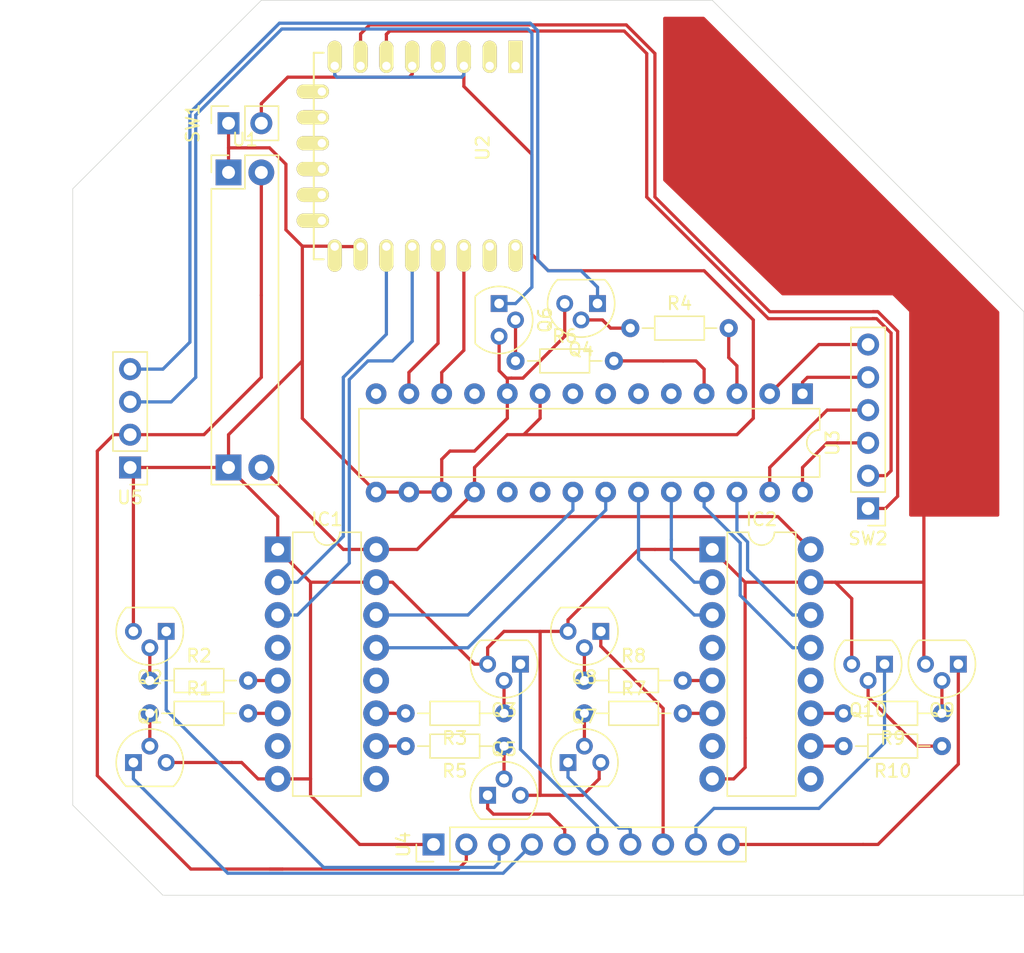
<source format=kicad_pcb>
(kicad_pcb (version 20171130) (host pcbnew "(5.1.9)-1")

  (general
    (thickness 1.6)
    (drawings 7)
    (tracks 284)
    (zones 0)
    (modules 29)
    (nets 78)
  )

  (page A4)
  (layers
    (0 F.Cu signal)
    (31 B.Cu signal)
    (32 B.Adhes user)
    (33 F.Adhes user)
    (34 B.Paste user)
    (35 F.Paste user)
    (36 B.SilkS user)
    (37 F.SilkS user)
    (38 B.Mask user)
    (39 F.Mask user)
    (40 Dwgs.User user)
    (41 Cmts.User user)
    (42 Eco1.User user)
    (43 Eco2.User user)
    (44 Edge.Cuts user)
    (45 Margin user)
    (46 B.CrtYd user)
    (47 F.CrtYd user)
    (48 B.Fab user)
    (49 F.Fab user)
  )

  (setup
    (last_trace_width 0.25)
    (trace_clearance 0.2)
    (zone_clearance 0.508)
    (zone_45_only no)
    (trace_min 0.2)
    (via_size 0.8)
    (via_drill 0.4)
    (via_min_size 0.4)
    (via_min_drill 0.3)
    (uvia_size 0.3)
    (uvia_drill 0.1)
    (uvias_allowed no)
    (uvia_min_size 0.2)
    (uvia_min_drill 0.1)
    (edge_width 0.05)
    (segment_width 0.2)
    (pcb_text_width 0.3)
    (pcb_text_size 1.5 1.5)
    (mod_edge_width 0.12)
    (mod_text_size 1 1)
    (mod_text_width 0.15)
    (pad_size 1.7 1.7)
    (pad_drill 1)
    (pad_to_mask_clearance 0)
    (aux_axis_origin 0 0)
    (visible_elements 7FFFFFFF)
    (pcbplotparams
      (layerselection 0x010fc_ffffffff)
      (usegerberextensions true)
      (usegerberattributes true)
      (usegerberadvancedattributes true)
      (creategerberjobfile true)
      (excludeedgelayer true)
      (linewidth 0.100000)
      (plotframeref false)
      (viasonmask false)
      (mode 1)
      (useauxorigin false)
      (hpglpennumber 1)
      (hpglpenspeed 20)
      (hpglpendiameter 15.000000)
      (psnegative false)
      (psa4output false)
      (plotreference true)
      (plotvalue true)
      (plotinvisibletext false)
      (padsonsilk false)
      (subtractmaskfromsilk false)
      (outputformat 1)
      (mirror false)
      (drillshape 0)
      (scaleselection 1)
      (outputdirectory "C:/Users/tomas/Desktop/Jakub Górski/"))
  )

  (net 0 "")
  (net 1 "Net-(IC1-Pad1)")
  (net 2 "Net-(IC1-Pad9)")
  (net 3 "Net-(IC1-Pad2)")
  (net 4 "Net-(IC1-Pad10)")
  (net 5 "Net-(IC1-Pad3)")
  (net 6 "Net-(IC1-Pad11)")
  (net 7 "Net-(IC1-Pad4)")
  (net 8 "Net-(IC1-Pad12)")
  (net 9 "Net-(IC1-Pad5)")
  (net 10 "Net-(IC1-Pad13)")
  (net 11 "Net-(IC1-Pad6)")
  (net 12 "Net-(IC1-Pad14)")
  (net 13 "Net-(IC1-Pad7)")
  (net 14 "Net-(IC1-Pad16)")
  (net 15 "Net-(IC2-Pad7)")
  (net 16 "Net-(IC2-Pad14)")
  (net 17 "Net-(IC2-Pad6)")
  (net 18 "Net-(IC2-Pad13)")
  (net 19 "Net-(IC2-Pad5)")
  (net 20 "Net-(IC2-Pad12)")
  (net 21 "Net-(IC2-Pad4)")
  (net 22 "Net-(IC2-Pad11)")
  (net 23 "Net-(IC2-Pad3)")
  (net 24 "Net-(IC2-Pad10)")
  (net 25 "Net-(IC2-Pad2)")
  (net 26 "Net-(IC2-Pad9)")
  (net 27 "Net-(Q1-Pad2)")
  (net 28 "Net-(Q1-Pad1)")
  (net 29 "Net-(Q2-Pad1)")
  (net 30 "Net-(Q2-Pad2)")
  (net 31 "Net-(Q3-Pad2)")
  (net 32 "Net-(Q3-Pad1)")
  (net 33 "Net-(Q4-Pad2)")
  (net 34 "Net-(Q4-Pad1)")
  (net 35 "Net-(Q5-Pad1)")
  (net 36 "Net-(Q5-Pad2)")
  (net 37 "Net-(Q6-Pad1)")
  (net 38 "Net-(Q6-Pad2)")
  (net 39 "Net-(Q7-Pad2)")
  (net 40 "Net-(Q7-Pad1)")
  (net 41 "Net-(Q8-Pad1)")
  (net 42 "Net-(Q8-Pad2)")
  (net 43 "Net-(Q9-Pad2)")
  (net 44 "Net-(Q9-Pad1)")
  (net 45 "Net-(Q10-Pad1)")
  (net 46 "Net-(Q10-Pad2)")
  (net 47 "Net-(R4-Pad2)")
  (net 48 "Net-(R6-Pad2)")
  (net 49 "Net-(SW1-Pad2)")
  (net 50 "Net-(SW2-Pad1)")
  (net 51 "Net-(SW2-Pad2)")
  (net 52 "Net-(SW2-Pad3)")
  (net 53 "Net-(SW2-Pad4)")
  (net 54 "Net-(SW2-Pad5)")
  (net 55 "Net-(SW2-Pad6)")
  (net 56 "Net-(U1-Pad2)")
  (net 57 "Net-(U2-Pad1)")
  (net 58 "Net-(U2-Pad2)")
  (net 59 "Net-(U2-Pad4)")
  (net 60 "Net-(U2-Pad9)")
  (net 61 "Net-(U2-Pad10)")
  (net 62 "Net-(U2-Pad11)")
  (net 63 "Net-(U2-Pad12)")
  (net 64 "Net-(U2-Pad13)")
  (net 65 "Net-(U2-Pad14)")
  (net 66 "Net-(U2-Pad19)")
  (net 67 "Net-(U2-Pad20)")
  (net 68 "Net-(U2-Pad21)")
  (net 69 "Net-(U2-Pad22)")
  (net 70 "Net-(U3-Pad5)")
  (net 71 "Net-(U3-Pad6)")
  (net 72 "Net-(U3-Pad7)")
  (net 73 "Net-(U3-Pad8)")
  (net 74 "Net-(U3-Pad11)")
  (net 75 "Net-(U3-Pad14)")
  (net 76 "Net-(U3-Pad19)")
  (net 77 "Net-(U3-Pad20)")

  (net_class Default "This is the default net class."
    (clearance 0.2)
    (trace_width 0.25)
    (via_dia 0.8)
    (via_drill 0.4)
    (uvia_dia 0.3)
    (uvia_drill 0.1)
    (add_net "Net-(IC1-Pad1)")
    (add_net "Net-(IC1-Pad10)")
    (add_net "Net-(IC1-Pad11)")
    (add_net "Net-(IC1-Pad12)")
    (add_net "Net-(IC1-Pad13)")
    (add_net "Net-(IC1-Pad14)")
    (add_net "Net-(IC1-Pad16)")
    (add_net "Net-(IC1-Pad2)")
    (add_net "Net-(IC1-Pad3)")
    (add_net "Net-(IC1-Pad4)")
    (add_net "Net-(IC1-Pad5)")
    (add_net "Net-(IC1-Pad6)")
    (add_net "Net-(IC1-Pad7)")
    (add_net "Net-(IC1-Pad9)")
    (add_net "Net-(IC2-Pad10)")
    (add_net "Net-(IC2-Pad11)")
    (add_net "Net-(IC2-Pad12)")
    (add_net "Net-(IC2-Pad13)")
    (add_net "Net-(IC2-Pad14)")
    (add_net "Net-(IC2-Pad2)")
    (add_net "Net-(IC2-Pad3)")
    (add_net "Net-(IC2-Pad4)")
    (add_net "Net-(IC2-Pad5)")
    (add_net "Net-(IC2-Pad6)")
    (add_net "Net-(IC2-Pad7)")
    (add_net "Net-(IC2-Pad9)")
    (add_net "Net-(Q1-Pad1)")
    (add_net "Net-(Q1-Pad2)")
    (add_net "Net-(Q10-Pad1)")
    (add_net "Net-(Q10-Pad2)")
    (add_net "Net-(Q2-Pad1)")
    (add_net "Net-(Q2-Pad2)")
    (add_net "Net-(Q3-Pad1)")
    (add_net "Net-(Q3-Pad2)")
    (add_net "Net-(Q4-Pad1)")
    (add_net "Net-(Q4-Pad2)")
    (add_net "Net-(Q5-Pad1)")
    (add_net "Net-(Q5-Pad2)")
    (add_net "Net-(Q6-Pad1)")
    (add_net "Net-(Q6-Pad2)")
    (add_net "Net-(Q7-Pad1)")
    (add_net "Net-(Q7-Pad2)")
    (add_net "Net-(Q8-Pad1)")
    (add_net "Net-(Q8-Pad2)")
    (add_net "Net-(Q9-Pad1)")
    (add_net "Net-(Q9-Pad2)")
    (add_net "Net-(R4-Pad2)")
    (add_net "Net-(R6-Pad2)")
    (add_net "Net-(SW1-Pad2)")
    (add_net "Net-(SW2-Pad1)")
    (add_net "Net-(SW2-Pad2)")
    (add_net "Net-(SW2-Pad3)")
    (add_net "Net-(SW2-Pad4)")
    (add_net "Net-(SW2-Pad5)")
    (add_net "Net-(SW2-Pad6)")
    (add_net "Net-(U1-Pad2)")
    (add_net "Net-(U2-Pad1)")
    (add_net "Net-(U2-Pad10)")
    (add_net "Net-(U2-Pad11)")
    (add_net "Net-(U2-Pad12)")
    (add_net "Net-(U2-Pad13)")
    (add_net "Net-(U2-Pad14)")
    (add_net "Net-(U2-Pad19)")
    (add_net "Net-(U2-Pad2)")
    (add_net "Net-(U2-Pad20)")
    (add_net "Net-(U2-Pad21)")
    (add_net "Net-(U2-Pad22)")
    (add_net "Net-(U2-Pad4)")
    (add_net "Net-(U2-Pad9)")
    (add_net "Net-(U3-Pad11)")
    (add_net "Net-(U3-Pad14)")
    (add_net "Net-(U3-Pad19)")
    (add_net "Net-(U3-Pad20)")
    (add_net "Net-(U3-Pad5)")
    (add_net "Net-(U3-Pad6)")
    (add_net "Net-(U3-Pad7)")
    (add_net "Net-(U3-Pad8)")
  )

  (module Package_TO_SOT_THT:TO-92 (layer F.Cu) (tedit 5A279852) (tstamp 60407FE1)
    (at 119.38 116.84 180)
    (descr "TO-92 leads molded, narrow, drill 0.75mm (see NXP sot054_po.pdf)")
    (tags "to-92 sc-43 sc-43a sot54 PA33 transistor")
    (path /603B4776)
    (fp_text reference Q10 (at 1.27 -3.56) (layer F.SilkS)
      (effects (font (size 1 1) (thickness 0.15)))
    )
    (fp_text value 2N2222 (at 1.27 2.79) (layer F.Fab)
      (effects (font (size 1 1) (thickness 0.15)))
    )
    (fp_line (start 4 2.01) (end -1.46 2.01) (layer F.CrtYd) (width 0.05))
    (fp_line (start 4 2.01) (end 4 -2.73) (layer F.CrtYd) (width 0.05))
    (fp_line (start -1.46 -2.73) (end -1.46 2.01) (layer F.CrtYd) (width 0.05))
    (fp_line (start -1.46 -2.73) (end 4 -2.73) (layer F.CrtYd) (width 0.05))
    (fp_line (start -0.5 1.75) (end 3 1.75) (layer F.Fab) (width 0.1))
    (fp_line (start -0.53 1.85) (end 3.07 1.85) (layer F.SilkS) (width 0.12))
    (fp_arc (start 1.27 0) (end 1.27 -2.6) (angle 135) (layer F.SilkS) (width 0.12))
    (fp_arc (start 1.27 0) (end 1.27 -2.48) (angle -135) (layer F.Fab) (width 0.1))
    (fp_arc (start 1.27 0) (end 1.27 -2.6) (angle -135) (layer F.SilkS) (width 0.12))
    (fp_arc (start 1.27 0) (end 1.27 -2.48) (angle 135) (layer F.Fab) (width 0.1))
    (fp_text user %R (at 1.27 0) (layer F.Fab)
      (effects (font (size 1 1) (thickness 0.15)))
    )
    (pad 1 thru_hole rect (at 0 0 180) (size 1.3 1.3) (drill 0.75) (layers *.Cu *.Mask)
      (net 45 "Net-(Q10-Pad1)"))
    (pad 3 thru_hole circle (at 2.54 0 180) (size 1.3 1.3) (drill 0.75) (layers *.Cu *.Mask)
      (net 1 "Net-(IC1-Pad1)"))
    (pad 2 thru_hole circle (at 1.27 -1.27 180) (size 1.3 1.3) (drill 0.75) (layers *.Cu *.Mask)
      (net 46 "Net-(Q10-Pad2)"))
    (model ${KISYS3DMOD}/Package_TO_SOT_THT.3dshapes/TO-92.wrl
      (at (xyz 0 0 0))
      (scale (xyz 1 1 1))
      (rotate (xyz 0 0 0))
    )
  )

  (module "Arduino Relay:CD4555BE" (layer F.Cu) (tedit 609406AF) (tstamp 60407F09)
    (at 72.39 107.95)
    (descr "16-lead though-hole mounted DIP package, row spacing 7.62 mm (300 mils)")
    (tags "THT DIP DIL PDIP 2.54mm 7.62mm 300mil")
    (path /6018B5DF)
    (fp_text reference IC1 (at 3.81 -2.33) (layer F.SilkS)
      (effects (font (size 1 1) (thickness 0.15)))
    )
    (fp_text value CD4555BE (at 3.81 20.11) (layer F.Fab)
      (effects (font (size 1 1) (thickness 0.15)))
    )
    (fp_line (start 8.7 -1.55) (end -1.1 -1.55) (layer F.CrtYd) (width 0.05))
    (fp_line (start 8.7 19.3) (end 8.7 -1.55) (layer F.CrtYd) (width 0.05))
    (fp_line (start -1.1 19.3) (end 8.7 19.3) (layer F.CrtYd) (width 0.05))
    (fp_line (start -1.1 -1.55) (end -1.1 19.3) (layer F.CrtYd) (width 0.05))
    (fp_line (start 6.46 -1.33) (end 4.81 -1.33) (layer F.SilkS) (width 0.12))
    (fp_line (start 6.46 19.11) (end 6.46 -1.33) (layer F.SilkS) (width 0.12))
    (fp_line (start 1.16 19.11) (end 6.46 19.11) (layer F.SilkS) (width 0.12))
    (fp_line (start 1.16 -1.33) (end 1.16 19.11) (layer F.SilkS) (width 0.12))
    (fp_line (start 2.81 -1.33) (end 1.16 -1.33) (layer F.SilkS) (width 0.12))
    (fp_line (start 0.635 -0.27) (end 1.635 -1.27) (layer F.Fab) (width 0.1))
    (fp_line (start 0.635 19.05) (end 0.635 -0.27) (layer F.Fab) (width 0.1))
    (fp_line (start 6.985 19.05) (end 0.635 19.05) (layer F.Fab) (width 0.1))
    (fp_line (start 6.985 -1.27) (end 6.985 19.05) (layer F.Fab) (width 0.1))
    (fp_line (start 1.635 -1.27) (end 6.985 -1.27) (layer F.Fab) (width 0.1))
    (fp_arc (start 3.81 -1.33) (end 2.81 -1.33) (angle -180) (layer F.SilkS) (width 0.12))
    (fp_text user %R (at 3.81 8.89) (layer F.Fab)
      (effects (font (size 1 1) (thickness 0.15)))
    )
    (pad 1 thru_hole rect (at 0 0) (size 2 2) (drill 1) (layers *.Cu *.Mask)
      (net 1 "Net-(IC1-Pad1)"))
    (pad 9 thru_hole circle (at 7.62 17.78) (size 2 2) (drill 1) (layers *.Cu *.Mask)
      (net 2 "Net-(IC1-Pad9)"))
    (pad 2 thru_hole circle (at 0 2.54) (size 2 2) (drill 1) (layers *.Cu *.Mask)
      (net 5 "Net-(IC1-Pad3)"))
    (pad 10 thru_hole circle (at 7.62 15.24) (size 2 2) (drill 1) (layers *.Cu *.Mask)
      (net 4 "Net-(IC1-Pad10)"))
    (pad 3 thru_hole circle (at 0 5.08) (size 2 2) (drill 1) (layers *.Cu *.Mask)
      (net 3 "Net-(IC1-Pad2)"))
    (pad 11 thru_hole circle (at 7.62 12.7) (size 2 2) (drill 1) (layers *.Cu *.Mask)
      (net 6 "Net-(IC1-Pad11)"))
    (pad 4 thru_hole circle (at 0 7.62) (size 2 2) (drill 1) (layers *.Cu *.Mask)
      (net 7 "Net-(IC1-Pad4)"))
    (pad 12 thru_hole circle (at 7.62 10.16) (size 2 2) (drill 1) (layers *.Cu *.Mask)
      (net 8 "Net-(IC1-Pad12)"))
    (pad 5 thru_hole circle (at 0 10.16) (size 2 2) (drill 1) (layers *.Cu *.Mask)
      (net 9 "Net-(IC1-Pad5)"))
    (pad 13 thru_hole circle (at 7.62 7.62) (size 2 2) (drill 1) (layers *.Cu *.Mask)
      (net 10 "Net-(IC1-Pad13)"))
    (pad 6 thru_hole circle (at 0 12.7) (size 2 2) (drill 1) (layers *.Cu *.Mask)
      (net 11 "Net-(IC1-Pad6)"))
    (pad 14 thru_hole circle (at 7.62 5.08) (size 2 2) (drill 1) (layers *.Cu *.Mask)
      (net 12 "Net-(IC1-Pad14)"))
    (pad 7 thru_hole circle (at 0 15.24) (size 2 2) (drill 1) (layers *.Cu *.Mask)
      (net 13 "Net-(IC1-Pad7)"))
    (pad 15 thru_hole circle (at 7.62 2.54) (size 2 2) (drill 1) (layers *.Cu *.Mask)
      (net 1 "Net-(IC1-Pad1)"))
    (pad 8 thru_hole circle (at 0 17.78) (size 2 2) (drill 1) (layers *.Cu *.Mask)
      (net 1 "Net-(IC1-Pad1)"))
    (pad 16 thru_hole circle (at 7.62 0) (size 2 2) (drill 1) (layers *.Cu *.Mask)
      (net 14 "Net-(IC1-Pad16)"))
    (model ${KISYS3DMOD}/Package_DIP.3dshapes/DIP-16_W7.62mm.wrl
      (at (xyz 0 0 0))
      (scale (xyz 1 1 1))
      (rotate (xyz 0 0 0))
    )
  )

  (module Package_TO_SOT_THT:TO-92 (layer F.Cu) (tedit 5A279852) (tstamp 60407F75)
    (at 97.155 88.9 180)
    (descr "TO-92 leads molded, narrow, drill 0.75mm (see NXP sot054_po.pdf)")
    (tags "to-92 sc-43 sc-43a sot54 PA33 transistor")
    (path /602ADD01)
    (fp_text reference Q4 (at 1.27 -3.56) (layer F.SilkS)
      (effects (font (size 1 1) (thickness 0.15)))
    )
    (fp_text value 2N2222 (at 1.27 2.79) (layer F.Fab)
      (effects (font (size 1 1) (thickness 0.15)))
    )
    (fp_line (start -0.53 1.85) (end 3.07 1.85) (layer F.SilkS) (width 0.12))
    (fp_line (start -0.5 1.75) (end 3 1.75) (layer F.Fab) (width 0.1))
    (fp_line (start -1.46 -2.73) (end 4 -2.73) (layer F.CrtYd) (width 0.05))
    (fp_line (start -1.46 -2.73) (end -1.46 2.01) (layer F.CrtYd) (width 0.05))
    (fp_line (start 4 2.01) (end 4 -2.73) (layer F.CrtYd) (width 0.05))
    (fp_line (start 4 2.01) (end -1.46 2.01) (layer F.CrtYd) (width 0.05))
    (fp_text user %R (at 1.27 0) (layer F.Fab)
      (effects (font (size 1 1) (thickness 0.15)))
    )
    (fp_arc (start 1.27 0) (end 1.27 -2.48) (angle 135) (layer F.Fab) (width 0.1))
    (fp_arc (start 1.27 0) (end 1.27 -2.6) (angle -135) (layer F.SilkS) (width 0.12))
    (fp_arc (start 1.27 0) (end 1.27 -2.48) (angle -135) (layer F.Fab) (width 0.1))
    (fp_arc (start 1.27 0) (end 1.27 -2.6) (angle 135) (layer F.SilkS) (width 0.12))
    (pad 2 thru_hole circle (at 1.27 -1.27 180) (size 1.3 1.3) (drill 0.75) (layers *.Cu *.Mask)
      (net 33 "Net-(Q4-Pad2)"))
    (pad 3 thru_hole circle (at 2.54 0 180) (size 1.3 1.3) (drill 0.75) (layers *.Cu *.Mask)
      (net 1 "Net-(IC1-Pad1)"))
    (pad 1 thru_hole rect (at 0 0 180) (size 1.3 1.3) (drill 0.75) (layers *.Cu *.Mask)
      (net 34 "Net-(Q4-Pad1)"))
    (model ${KISYS3DMOD}/Package_TO_SOT_THT.3dshapes/TO-92.wrl
      (at (xyz 0 0 0))
      (scale (xyz 1 1 1))
      (rotate (xyz 0 0 0))
    )
  )

  (module "Arduino Relay:CD4555BE" (layer F.Cu) (tedit 603655C0) (tstamp 60407F2D)
    (at 106.045 107.95)
    (descr "16-lead though-hole mounted DIP package, row spacing 7.62 mm (300 mils)")
    (tags "THT DIP DIL PDIP 2.54mm 7.62mm 300mil")
    (path /601B41AF)
    (fp_text reference IC2 (at 3.81 -2.33) (layer F.SilkS)
      (effects (font (size 1 1) (thickness 0.15)))
    )
    (fp_text value CD4555BE (at 3.81 20.11) (layer F.Fab)
      (effects (font (size 1 1) (thickness 0.15)))
    )
    (fp_line (start 1.635 -1.27) (end 6.985 -1.27) (layer F.Fab) (width 0.1))
    (fp_line (start 6.985 -1.27) (end 6.985 19.05) (layer F.Fab) (width 0.1))
    (fp_line (start 6.985 19.05) (end 0.635 19.05) (layer F.Fab) (width 0.1))
    (fp_line (start 0.635 19.05) (end 0.635 -0.27) (layer F.Fab) (width 0.1))
    (fp_line (start 0.635 -0.27) (end 1.635 -1.27) (layer F.Fab) (width 0.1))
    (fp_line (start 2.81 -1.33) (end 1.16 -1.33) (layer F.SilkS) (width 0.12))
    (fp_line (start 1.16 -1.33) (end 1.16 19.11) (layer F.SilkS) (width 0.12))
    (fp_line (start 1.16 19.11) (end 6.46 19.11) (layer F.SilkS) (width 0.12))
    (fp_line (start 6.46 19.11) (end 6.46 -1.33) (layer F.SilkS) (width 0.12))
    (fp_line (start 6.46 -1.33) (end 4.81 -1.33) (layer F.SilkS) (width 0.12))
    (fp_line (start -1.1 -1.55) (end -1.1 19.3) (layer F.CrtYd) (width 0.05))
    (fp_line (start -1.1 19.3) (end 8.7 19.3) (layer F.CrtYd) (width 0.05))
    (fp_line (start 8.7 19.3) (end 8.7 -1.55) (layer F.CrtYd) (width 0.05))
    (fp_line (start 8.7 -1.55) (end -1.1 -1.55) (layer F.CrtYd) (width 0.05))
    (fp_text user %R (at 3.81 8.89) (layer F.Fab)
      (effects (font (size 1 1) (thickness 0.15)))
    )
    (fp_arc (start 3.81 -1.33) (end 2.81 -1.33) (angle -180) (layer F.SilkS) (width 0.12))
    (pad 16 thru_hole circle (at 7.62 0) (size 2 2) (drill 1) (layers *.Cu *.Mask)
      (net 14 "Net-(IC1-Pad16)"))
    (pad 8 thru_hole circle (at 0 17.78) (size 2 2) (drill 1) (layers *.Cu *.Mask)
      (net 1 "Net-(IC1-Pad1)"))
    (pad 15 thru_hole circle (at 7.62 2.54) (size 2 2) (drill 1) (layers *.Cu *.Mask)
      (net 1 "Net-(IC1-Pad1)"))
    (pad 7 thru_hole circle (at 0 15.24) (size 2 2) (drill 1) (layers *.Cu *.Mask)
      (net 15 "Net-(IC2-Pad7)"))
    (pad 14 thru_hole circle (at 7.62 5.08) (size 2 2) (drill 1) (layers *.Cu *.Mask)
      (net 16 "Net-(IC2-Pad14)"))
    (pad 6 thru_hole circle (at 0 12.7) (size 2 2) (drill 1) (layers *.Cu *.Mask)
      (net 17 "Net-(IC2-Pad6)"))
    (pad 13 thru_hole circle (at 7.62 7.62) (size 2 2) (drill 1) (layers *.Cu *.Mask)
      (net 18 "Net-(IC2-Pad13)"))
    (pad 5 thru_hole circle (at 0 10.16) (size 2 2) (drill 1) (layers *.Cu *.Mask)
      (net 19 "Net-(IC2-Pad5)"))
    (pad 12 thru_hole circle (at 7.62 10.16) (size 2 2) (drill 1) (layers *.Cu *.Mask)
      (net 20 "Net-(IC2-Pad12)"))
    (pad 4 thru_hole circle (at 0 7.62) (size 2 2) (drill 1) (layers *.Cu *.Mask)
      (net 21 "Net-(IC2-Pad4)"))
    (pad 11 thru_hole circle (at 7.62 12.7) (size 2 2) (drill 1) (layers *.Cu *.Mask)
      (net 22 "Net-(IC2-Pad11)"))
    (pad 3 thru_hole circle (at 0 5.08) (size 2 2) (drill 1) (layers *.Cu *.Mask)
      (net 23 "Net-(IC2-Pad3)"))
    (pad 10 thru_hole circle (at 7.62 15.24) (size 2 2) (drill 1) (layers *.Cu *.Mask)
      (net 24 "Net-(IC2-Pad10)"))
    (pad 2 thru_hole circle (at 0 2.54) (size 2 2) (drill 1) (layers *.Cu *.Mask)
      (net 25 "Net-(IC2-Pad2)"))
    (pad 9 thru_hole circle (at 7.62 17.78) (size 2 2) (drill 1) (layers *.Cu *.Mask)
      (net 26 "Net-(IC2-Pad9)"))
    (pad 1 thru_hole rect (at 0 0) (size 2 2) (drill 1) (layers *.Cu *.Mask)
      (net 1 "Net-(IC1-Pad1)"))
    (model ${KISYS3DMOD}/Package_DIP.3dshapes/DIP-16_W7.62mm.wrl
      (at (xyz 0 0 0))
      (scale (xyz 1 1 1))
      (rotate (xyz 0 0 0))
    )
  )

  (module Connector_PinHeader_2.54mm:PinHeader_1x04_P2.54mm_Vertical (layer F.Cu) (tedit 60940A6F) (tstamp 60454CD8)
    (at 60.96 101.6 180)
    (descr "Through hole straight pin header, 1x04, 2.54mm pitch, single row")
    (tags "Through hole pin header THT 1x04 2.54mm single row")
    (path /6048FF5D)
    (fp_text reference U5 (at 0 -2.33) (layer F.SilkS)
      (effects (font (size 1 1) (thickness 0.15)))
    )
    (fp_text value Double_Arduino_Relay_SSR (at 0 9.95) (layer F.Fab)
      (effects (font (size 1 1) (thickness 0.15)))
    )
    (fp_line (start 1.8 -1.8) (end -1.8 -1.8) (layer F.CrtYd) (width 0.05))
    (fp_line (start 1.8 9.4) (end 1.8 -1.8) (layer F.CrtYd) (width 0.05))
    (fp_line (start -1.8 9.4) (end 1.8 9.4) (layer F.CrtYd) (width 0.05))
    (fp_line (start -1.8 -1.8) (end -1.8 9.4) (layer F.CrtYd) (width 0.05))
    (fp_line (start -1.33 -1.33) (end 0 -1.33) (layer F.SilkS) (width 0.12))
    (fp_line (start -1.33 0) (end -1.33 -1.33) (layer F.SilkS) (width 0.12))
    (fp_line (start -1.33 1.27) (end 1.33 1.27) (layer F.SilkS) (width 0.12))
    (fp_line (start 1.33 1.27) (end 1.33 8.95) (layer F.SilkS) (width 0.12))
    (fp_line (start -1.33 1.27) (end -1.33 8.95) (layer F.SilkS) (width 0.12))
    (fp_line (start -1.33 8.95) (end 1.33 8.95) (layer F.SilkS) (width 0.12))
    (fp_line (start -1.27 -0.635) (end -0.635 -1.27) (layer F.Fab) (width 0.1))
    (fp_line (start -1.27 8.89) (end -1.27 -0.635) (layer F.Fab) (width 0.1))
    (fp_line (start 1.27 8.89) (end -1.27 8.89) (layer F.Fab) (width 0.1))
    (fp_line (start 1.27 -1.27) (end 1.27 8.89) (layer F.Fab) (width 0.1))
    (fp_line (start -0.635 -1.27) (end 1.27 -1.27) (layer F.Fab) (width 0.1))
    (fp_text user %R (at 0 3.81 90) (layer F.Fab)
      (effects (font (size 1 1) (thickness 0.15)))
    )
    (pad 4 thru_hole oval (at 0 7.62 180) (size 1.7 1.7) (drill 1) (layers *.Cu *.Mask)
      (net 34 "Net-(Q4-Pad1)"))
    (pad 3 thru_hole oval (at 0 5.08 180) (size 1.7 1.7) (drill 1) (layers *.Cu *.Mask)
      (net 37 "Net-(Q6-Pad1)"))
    (pad 2 thru_hole oval (at 0 2.54 180) (size 1.7 1.7) (drill 1) (layers *.Cu *.Mask)
      (net 56 "Net-(U1-Pad2)"))
    (pad 1 thru_hole rect (at 0 0 180) (size 1.7 1.7) (drill 1) (layers *.Cu *.Mask)
      (net 1 "Net-(IC1-Pad1)"))
    (model ${KISYS3DMOD}/Connector_PinHeader_2.54mm.3dshapes/PinHeader_1x04_P2.54mm_Vertical.wrl
      (at (xyz 0 0 0))
      (scale (xyz 1 1 1))
      (rotate (xyz 0 0 0))
    )
  )

  (module Connector_PinHeader_2.54mm:PinHeader_1x10_P2.54mm_Vertical (layer F.Cu) (tedit 6094097E) (tstamp 60453AA9)
    (at 84.455 130.81 90)
    (descr "Through hole straight pin header, 1x10, 2.54mm pitch, single row")
    (tags "Through hole pin header THT 1x10 2.54mm single row")
    (path /6048B92E)
    (fp_text reference U4 (at 0 -2.33 90) (layer F.SilkS)
      (effects (font (size 1 1) (thickness 0.15)))
    )
    (fp_text value 8x_Arduino_Relay_SSR (at 0 25.19 90) (layer F.Fab)
      (effects (font (size 1 1) (thickness 0.15)))
    )
    (fp_line (start -0.635 -1.27) (end 1.27 -1.27) (layer F.Fab) (width 0.1))
    (fp_line (start 1.27 -1.27) (end 1.27 24.13) (layer F.Fab) (width 0.1))
    (fp_line (start 1.27 24.13) (end -1.27 24.13) (layer F.Fab) (width 0.1))
    (fp_line (start -1.27 24.13) (end -1.27 -0.635) (layer F.Fab) (width 0.1))
    (fp_line (start -1.27 -0.635) (end -0.635 -1.27) (layer F.Fab) (width 0.1))
    (fp_line (start -1.33 24.19) (end 1.33 24.19) (layer F.SilkS) (width 0.12))
    (fp_line (start -1.33 1.27) (end -1.33 24.19) (layer F.SilkS) (width 0.12))
    (fp_line (start 1.33 1.27) (end 1.33 24.19) (layer F.SilkS) (width 0.12))
    (fp_line (start -1.33 1.27) (end 1.33 1.27) (layer F.SilkS) (width 0.12))
    (fp_line (start -1.33 0) (end -1.33 -1.33) (layer F.SilkS) (width 0.12))
    (fp_line (start -1.33 -1.33) (end 0 -1.33) (layer F.SilkS) (width 0.12))
    (fp_line (start -1.8 -1.8) (end -1.8 24.65) (layer F.CrtYd) (width 0.05))
    (fp_line (start -1.8 24.65) (end 1.8 24.65) (layer F.CrtYd) (width 0.05))
    (fp_line (start 1.8 24.65) (end 1.8 -1.8) (layer F.CrtYd) (width 0.05))
    (fp_line (start 1.8 -1.8) (end -1.8 -1.8) (layer F.CrtYd) (width 0.05))
    (fp_text user %R (at 0 11.43) (layer F.Fab)
      (effects (font (size 1 1) (thickness 0.15)))
    )
    (pad 1 thru_hole rect (at 0 0 90) (size 1.7 1.7) (drill 1) (layers *.Cu *.Mask)
      (net 1 "Net-(IC1-Pad1)"))
    (pad 2 thru_hole oval (at 0 2.54 90) (size 1.7 1.7) (drill 1) (layers *.Cu *.Mask)
      (net 56 "Net-(U1-Pad2)"))
    (pad 3 thru_hole oval (at 0 5.08 90) (size 1.7 1.7) (drill 1) (layers *.Cu *.Mask)
      (net 29 "Net-(Q2-Pad1)"))
    (pad 4 thru_hole oval (at 0 7.62 90) (size 1.7 1.7) (drill 1) (layers *.Cu *.Mask)
      (net 28 "Net-(Q1-Pad1)"))
    (pad 5 thru_hole oval (at 0 10.16 90) (size 1.7 1.7) (drill 1) (layers *.Cu *.Mask)
      (net 35 "Net-(Q5-Pad1)"))
    (pad 6 thru_hole oval (at 0 12.7 90) (size 1.7 1.7) (drill 1) (layers *.Cu *.Mask)
      (net 32 "Net-(Q3-Pad1)"))
    (pad 7 thru_hole oval (at 0 15.24 90) (size 1.7 1.7) (drill 1) (layers *.Cu *.Mask)
      (net 40 "Net-(Q7-Pad1)"))
    (pad 8 thru_hole oval (at 0 17.78 90) (size 1.7 1.7) (drill 1) (layers *.Cu *.Mask)
      (net 41 "Net-(Q8-Pad1)"))
    (pad 9 thru_hole oval (at 0 20.32 90) (size 1.7 1.7) (drill 1) (layers *.Cu *.Mask)
      (net 45 "Net-(Q10-Pad1)"))
    (pad 10 thru_hole oval (at 0 22.86 90) (size 1.7 1.7) (drill 1) (layers *.Cu *.Mask)
      (net 44 "Net-(Q9-Pad1)"))
    (model ${KISYS3DMOD}/Connector_PinHeader_2.54mm.3dshapes/PinHeader_1x10_P2.54mm_Vertical.wrl
      (at (xyz 0 0 0))
      (scale (xyz 1 1 1))
      (rotate (xyz 0 0 0))
    )
  )

  (module Package_TO_SOT_THT:TO-92 (layer F.Cu) (tedit 5A279852) (tstamp 60407F3F)
    (at 61.214 124.46)
    (descr "TO-92 leads molded, narrow, drill 0.75mm (see NXP sot054_po.pdf)")
    (tags "to-92 sc-43 sc-43a sot54 PA33 transistor")
    (path /60325868)
    (fp_text reference Q1 (at 1.27 -3.56) (layer F.SilkS)
      (effects (font (size 1 1) (thickness 0.15)))
    )
    (fp_text value 2N2222 (at 1.27 2.79) (layer F.Fab)
      (effects (font (size 1 1) (thickness 0.15)))
    )
    (fp_line (start -0.53 1.85) (end 3.07 1.85) (layer F.SilkS) (width 0.12))
    (fp_line (start -0.5 1.75) (end 3 1.75) (layer F.Fab) (width 0.1))
    (fp_line (start -1.46 -2.73) (end 4 -2.73) (layer F.CrtYd) (width 0.05))
    (fp_line (start -1.46 -2.73) (end -1.46 2.01) (layer F.CrtYd) (width 0.05))
    (fp_line (start 4 2.01) (end 4 -2.73) (layer F.CrtYd) (width 0.05))
    (fp_line (start 4 2.01) (end -1.46 2.01) (layer F.CrtYd) (width 0.05))
    (fp_text user %R (at 1.27 0) (layer F.Fab)
      (effects (font (size 1 1) (thickness 0.15)))
    )
    (fp_arc (start 1.27 0) (end 1.27 -2.48) (angle 135) (layer F.Fab) (width 0.1))
    (fp_arc (start 1.27 0) (end 1.27 -2.6) (angle -135) (layer F.SilkS) (width 0.12))
    (fp_arc (start 1.27 0) (end 1.27 -2.48) (angle -135) (layer F.Fab) (width 0.1))
    (fp_arc (start 1.27 0) (end 1.27 -2.6) (angle 135) (layer F.SilkS) (width 0.12))
    (pad 2 thru_hole circle (at 1.27 -1.27) (size 1.3 1.3) (drill 0.75) (layers *.Cu *.Mask)
      (net 27 "Net-(Q1-Pad2)"))
    (pad 3 thru_hole circle (at 2.54 0) (size 1.3 1.3) (drill 0.75) (layers *.Cu *.Mask)
      (net 1 "Net-(IC1-Pad1)"))
    (pad 1 thru_hole rect (at 0 0) (size 1.3 1.3) (drill 0.75) (layers *.Cu *.Mask)
      (net 28 "Net-(Q1-Pad1)"))
    (model ${KISYS3DMOD}/Package_TO_SOT_THT.3dshapes/TO-92.wrl
      (at (xyz 0 0 0))
      (scale (xyz 1 1 1))
      (rotate (xyz 0 0 0))
    )
  )

  (module Package_TO_SOT_THT:TO-92 (layer F.Cu) (tedit 5A279852) (tstamp 60407F51)
    (at 63.754 114.3 180)
    (descr "TO-92 leads molded, narrow, drill 0.75mm (see NXP sot054_po.pdf)")
    (tags "to-92 sc-43 sc-43a sot54 PA33 transistor")
    (path /6034AC1D)
    (fp_text reference Q2 (at 1.27 -3.56) (layer F.SilkS)
      (effects (font (size 1 1) (thickness 0.15)))
    )
    (fp_text value 2N2222 (at 1.27 2.79) (layer F.Fab)
      (effects (font (size 1 1) (thickness 0.15)))
    )
    (fp_line (start 4 2.01) (end -1.46 2.01) (layer F.CrtYd) (width 0.05))
    (fp_line (start 4 2.01) (end 4 -2.73) (layer F.CrtYd) (width 0.05))
    (fp_line (start -1.46 -2.73) (end -1.46 2.01) (layer F.CrtYd) (width 0.05))
    (fp_line (start -1.46 -2.73) (end 4 -2.73) (layer F.CrtYd) (width 0.05))
    (fp_line (start -0.5 1.75) (end 3 1.75) (layer F.Fab) (width 0.1))
    (fp_line (start -0.53 1.85) (end 3.07 1.85) (layer F.SilkS) (width 0.12))
    (fp_arc (start 1.27 0) (end 1.27 -2.6) (angle 135) (layer F.SilkS) (width 0.12))
    (fp_arc (start 1.27 0) (end 1.27 -2.48) (angle -135) (layer F.Fab) (width 0.1))
    (fp_arc (start 1.27 0) (end 1.27 -2.6) (angle -135) (layer F.SilkS) (width 0.12))
    (fp_arc (start 1.27 0) (end 1.27 -2.48) (angle 135) (layer F.Fab) (width 0.1))
    (fp_text user %R (at 1.27 0) (layer F.Fab)
      (effects (font (size 1 1) (thickness 0.15)))
    )
    (pad 1 thru_hole rect (at 0 0 180) (size 1.3 1.3) (drill 0.75) (layers *.Cu *.Mask)
      (net 29 "Net-(Q2-Pad1)"))
    (pad 3 thru_hole circle (at 2.54 0 180) (size 1.3 1.3) (drill 0.75) (layers *.Cu *.Mask)
      (net 1 "Net-(IC1-Pad1)"))
    (pad 2 thru_hole circle (at 1.27 -1.27 180) (size 1.3 1.3) (drill 0.75) (layers *.Cu *.Mask)
      (net 30 "Net-(Q2-Pad2)"))
    (model ${KISYS3DMOD}/Package_TO_SOT_THT.3dshapes/TO-92.wrl
      (at (xyz 0 0 0))
      (scale (xyz 1 1 1))
      (rotate (xyz 0 0 0))
    )
  )

  (module Package_TO_SOT_THT:TO-92 (layer F.Cu) (tedit 5A279852) (tstamp 60407F63)
    (at 91.186 116.84 180)
    (descr "TO-92 leads molded, narrow, drill 0.75mm (see NXP sot054_po.pdf)")
    (tags "to-92 sc-43 sc-43a sot54 PA33 transistor")
    (path /6035A805)
    (fp_text reference Q3 (at 1.27 -3.56) (layer F.SilkS)
      (effects (font (size 1 1) (thickness 0.15)))
    )
    (fp_text value 2N2222 (at 1.27 2.79) (layer F.Fab)
      (effects (font (size 1 1) (thickness 0.15)))
    )
    (fp_line (start -0.53 1.85) (end 3.07 1.85) (layer F.SilkS) (width 0.12))
    (fp_line (start -0.5 1.75) (end 3 1.75) (layer F.Fab) (width 0.1))
    (fp_line (start -1.46 -2.73) (end 4 -2.73) (layer F.CrtYd) (width 0.05))
    (fp_line (start -1.46 -2.73) (end -1.46 2.01) (layer F.CrtYd) (width 0.05))
    (fp_line (start 4 2.01) (end 4 -2.73) (layer F.CrtYd) (width 0.05))
    (fp_line (start 4 2.01) (end -1.46 2.01) (layer F.CrtYd) (width 0.05))
    (fp_text user %R (at 1.27 0) (layer F.Fab)
      (effects (font (size 1 1) (thickness 0.15)))
    )
    (fp_arc (start 1.27 0) (end 1.27 -2.48) (angle 135) (layer F.Fab) (width 0.1))
    (fp_arc (start 1.27 0) (end 1.27 -2.6) (angle -135) (layer F.SilkS) (width 0.12))
    (fp_arc (start 1.27 0) (end 1.27 -2.48) (angle -135) (layer F.Fab) (width 0.1))
    (fp_arc (start 1.27 0) (end 1.27 -2.6) (angle 135) (layer F.SilkS) (width 0.12))
    (pad 2 thru_hole circle (at 1.27 -1.27 180) (size 1.3 1.3) (drill 0.75) (layers *.Cu *.Mask)
      (net 31 "Net-(Q3-Pad2)"))
    (pad 3 thru_hole circle (at 2.54 0 180) (size 1.3 1.3) (drill 0.75) (layers *.Cu *.Mask)
      (net 1 "Net-(IC1-Pad1)"))
    (pad 1 thru_hole rect (at 0 0 180) (size 1.3 1.3) (drill 0.75) (layers *.Cu *.Mask)
      (net 32 "Net-(Q3-Pad1)"))
    (model ${KISYS3DMOD}/Package_TO_SOT_THT.3dshapes/TO-92.wrl
      (at (xyz 0 0 0))
      (scale (xyz 1 1 1))
      (rotate (xyz 0 0 0))
    )
  )

  (module Package_TO_SOT_THT:TO-92 (layer F.Cu) (tedit 5A279852) (tstamp 60407F87)
    (at 88.646 127)
    (descr "TO-92 leads molded, narrow, drill 0.75mm (see NXP sot054_po.pdf)")
    (tags "to-92 sc-43 sc-43a sot54 PA33 transistor")
    (path /6035F8F0)
    (fp_text reference Q5 (at 1.27 -3.56) (layer F.SilkS)
      (effects (font (size 1 1) (thickness 0.15)))
    )
    (fp_text value 2N2222 (at 1.27 2.79) (layer F.Fab)
      (effects (font (size 1 1) (thickness 0.15)))
    )
    (fp_line (start 4 2.01) (end -1.46 2.01) (layer F.CrtYd) (width 0.05))
    (fp_line (start 4 2.01) (end 4 -2.73) (layer F.CrtYd) (width 0.05))
    (fp_line (start -1.46 -2.73) (end -1.46 2.01) (layer F.CrtYd) (width 0.05))
    (fp_line (start -1.46 -2.73) (end 4 -2.73) (layer F.CrtYd) (width 0.05))
    (fp_line (start -0.5 1.75) (end 3 1.75) (layer F.Fab) (width 0.1))
    (fp_line (start -0.53 1.85) (end 3.07 1.85) (layer F.SilkS) (width 0.12))
    (fp_arc (start 1.27 0) (end 1.27 -2.6) (angle 135) (layer F.SilkS) (width 0.12))
    (fp_arc (start 1.27 0) (end 1.27 -2.48) (angle -135) (layer F.Fab) (width 0.1))
    (fp_arc (start 1.27 0) (end 1.27 -2.6) (angle -135) (layer F.SilkS) (width 0.12))
    (fp_arc (start 1.27 0) (end 1.27 -2.48) (angle 135) (layer F.Fab) (width 0.1))
    (fp_text user %R (at 1.27 0) (layer F.Fab)
      (effects (font (size 1 1) (thickness 0.15)))
    )
    (pad 1 thru_hole rect (at 0 0) (size 1.3 1.3) (drill 0.75) (layers *.Cu *.Mask)
      (net 35 "Net-(Q5-Pad1)"))
    (pad 3 thru_hole circle (at 2.54 0) (size 1.3 1.3) (drill 0.75) (layers *.Cu *.Mask)
      (net 1 "Net-(IC1-Pad1)"))
    (pad 2 thru_hole circle (at 1.27 -1.27) (size 1.3 1.3) (drill 0.75) (layers *.Cu *.Mask)
      (net 36 "Net-(Q5-Pad2)"))
    (model ${KISYS3DMOD}/Package_TO_SOT_THT.3dshapes/TO-92.wrl
      (at (xyz 0 0 0))
      (scale (xyz 1 1 1))
      (rotate (xyz 0 0 0))
    )
  )

  (module Package_TO_SOT_THT:TO-92 (layer F.Cu) (tedit 5A279852) (tstamp 60407F99)
    (at 89.535 88.9 270)
    (descr "TO-92 leads molded, narrow, drill 0.75mm (see NXP sot054_po.pdf)")
    (tags "to-92 sc-43 sc-43a sot54 PA33 transistor")
    (path /602AFB13)
    (fp_text reference Q6 (at 1.27 -3.56 90) (layer F.SilkS)
      (effects (font (size 1 1) (thickness 0.15)))
    )
    (fp_text value 2N2222 (at 1.27 2.79 90) (layer F.Fab)
      (effects (font (size 1 1) (thickness 0.15)))
    )
    (fp_line (start 4 2.01) (end -1.46 2.01) (layer F.CrtYd) (width 0.05))
    (fp_line (start 4 2.01) (end 4 -2.73) (layer F.CrtYd) (width 0.05))
    (fp_line (start -1.46 -2.73) (end -1.46 2.01) (layer F.CrtYd) (width 0.05))
    (fp_line (start -1.46 -2.73) (end 4 -2.73) (layer F.CrtYd) (width 0.05))
    (fp_line (start -0.5 1.75) (end 3 1.75) (layer F.Fab) (width 0.1))
    (fp_line (start -0.53 1.85) (end 3.07 1.85) (layer F.SilkS) (width 0.12))
    (fp_arc (start 1.27 0) (end 1.27 -2.6) (angle 135) (layer F.SilkS) (width 0.12))
    (fp_arc (start 1.27 0) (end 1.27 -2.48) (angle -135) (layer F.Fab) (width 0.1))
    (fp_arc (start 1.27 0) (end 1.27 -2.6) (angle -135) (layer F.SilkS) (width 0.12))
    (fp_arc (start 1.27 0) (end 1.27 -2.48) (angle 135) (layer F.Fab) (width 0.1))
    (fp_text user %R (at 1.27 0 90) (layer F.Fab)
      (effects (font (size 1 1) (thickness 0.15)))
    )
    (pad 1 thru_hole rect (at 0 0 270) (size 1.3 1.3) (drill 0.75) (layers *.Cu *.Mask)
      (net 37 "Net-(Q6-Pad1)"))
    (pad 3 thru_hole circle (at 2.54 0 270) (size 1.3 1.3) (drill 0.75) (layers *.Cu *.Mask)
      (net 1 "Net-(IC1-Pad1)"))
    (pad 2 thru_hole circle (at 1.27 -1.27 270) (size 1.3 1.3) (drill 0.75) (layers *.Cu *.Mask)
      (net 38 "Net-(Q6-Pad2)"))
    (model ${KISYS3DMOD}/Package_TO_SOT_THT.3dshapes/TO-92.wrl
      (at (xyz 0 0 0))
      (scale (xyz 1 1 1))
      (rotate (xyz 0 0 0))
    )
  )

  (module Package_TO_SOT_THT:TO-92 (layer F.Cu) (tedit 5A279852) (tstamp 60407FAB)
    (at 94.869 124.46)
    (descr "TO-92 leads molded, narrow, drill 0.75mm (see NXP sot054_po.pdf)")
    (tags "to-92 sc-43 sc-43a sot54 PA33 transistor")
    (path /6037F568)
    (fp_text reference Q7 (at 1.27 -3.56) (layer F.SilkS)
      (effects (font (size 1 1) (thickness 0.15)))
    )
    (fp_text value 2N2222 (at 1.27 2.79) (layer F.Fab)
      (effects (font (size 1 1) (thickness 0.15)))
    )
    (fp_line (start -0.53 1.85) (end 3.07 1.85) (layer F.SilkS) (width 0.12))
    (fp_line (start -0.5 1.75) (end 3 1.75) (layer F.Fab) (width 0.1))
    (fp_line (start -1.46 -2.73) (end 4 -2.73) (layer F.CrtYd) (width 0.05))
    (fp_line (start -1.46 -2.73) (end -1.46 2.01) (layer F.CrtYd) (width 0.05))
    (fp_line (start 4 2.01) (end 4 -2.73) (layer F.CrtYd) (width 0.05))
    (fp_line (start 4 2.01) (end -1.46 2.01) (layer F.CrtYd) (width 0.05))
    (fp_text user %R (at 1.27 0) (layer F.Fab)
      (effects (font (size 1 1) (thickness 0.15)))
    )
    (fp_arc (start 1.27 0) (end 1.27 -2.48) (angle 135) (layer F.Fab) (width 0.1))
    (fp_arc (start 1.27 0) (end 1.27 -2.6) (angle -135) (layer F.SilkS) (width 0.12))
    (fp_arc (start 1.27 0) (end 1.27 -2.48) (angle -135) (layer F.Fab) (width 0.1))
    (fp_arc (start 1.27 0) (end 1.27 -2.6) (angle 135) (layer F.SilkS) (width 0.12))
    (pad 2 thru_hole circle (at 1.27 -1.27) (size 1.3 1.3) (drill 0.75) (layers *.Cu *.Mask)
      (net 39 "Net-(Q7-Pad2)"))
    (pad 3 thru_hole circle (at 2.54 0) (size 1.3 1.3) (drill 0.75) (layers *.Cu *.Mask)
      (net 1 "Net-(IC1-Pad1)"))
    (pad 1 thru_hole rect (at 0 0) (size 1.3 1.3) (drill 0.75) (layers *.Cu *.Mask)
      (net 40 "Net-(Q7-Pad1)"))
    (model ${KISYS3DMOD}/Package_TO_SOT_THT.3dshapes/TO-92.wrl
      (at (xyz 0 0 0))
      (scale (xyz 1 1 1))
      (rotate (xyz 0 0 0))
    )
  )

  (module Package_TO_SOT_THT:TO-92 (layer F.Cu) (tedit 5A279852) (tstamp 60407FBD)
    (at 97.409 114.3 180)
    (descr "TO-92 leads molded, narrow, drill 0.75mm (see NXP sot054_po.pdf)")
    (tags "to-92 sc-43 sc-43a sot54 PA33 transistor")
    (path /60384B49)
    (fp_text reference Q8 (at 1.27 -3.56) (layer F.SilkS)
      (effects (font (size 1 1) (thickness 0.15)))
    )
    (fp_text value 2N2222 (at 1.27 2.79) (layer F.Fab)
      (effects (font (size 1 1) (thickness 0.15)))
    )
    (fp_line (start 4 2.01) (end -1.46 2.01) (layer F.CrtYd) (width 0.05))
    (fp_line (start 4 2.01) (end 4 -2.73) (layer F.CrtYd) (width 0.05))
    (fp_line (start -1.46 -2.73) (end -1.46 2.01) (layer F.CrtYd) (width 0.05))
    (fp_line (start -1.46 -2.73) (end 4 -2.73) (layer F.CrtYd) (width 0.05))
    (fp_line (start -0.5 1.75) (end 3 1.75) (layer F.Fab) (width 0.1))
    (fp_line (start -0.53 1.85) (end 3.07 1.85) (layer F.SilkS) (width 0.12))
    (fp_arc (start 1.27 0) (end 1.27 -2.6) (angle 135) (layer F.SilkS) (width 0.12))
    (fp_arc (start 1.27 0) (end 1.27 -2.48) (angle -135) (layer F.Fab) (width 0.1))
    (fp_arc (start 1.27 0) (end 1.27 -2.6) (angle -135) (layer F.SilkS) (width 0.12))
    (fp_arc (start 1.27 0) (end 1.27 -2.48) (angle 135) (layer F.Fab) (width 0.1))
    (fp_text user %R (at 1.27 0) (layer F.Fab)
      (effects (font (size 1 1) (thickness 0.15)))
    )
    (pad 1 thru_hole rect (at 0 0 180) (size 1.3 1.3) (drill 0.75) (layers *.Cu *.Mask)
      (net 41 "Net-(Q8-Pad1)"))
    (pad 3 thru_hole circle (at 2.54 0 180) (size 1.3 1.3) (drill 0.75) (layers *.Cu *.Mask)
      (net 1 "Net-(IC1-Pad1)"))
    (pad 2 thru_hole circle (at 1.27 -1.27 180) (size 1.3 1.3) (drill 0.75) (layers *.Cu *.Mask)
      (net 42 "Net-(Q8-Pad2)"))
    (model ${KISYS3DMOD}/Package_TO_SOT_THT.3dshapes/TO-92.wrl
      (at (xyz 0 0 0))
      (scale (xyz 1 1 1))
      (rotate (xyz 0 0 0))
    )
  )

  (module Package_TO_SOT_THT:TO-92 (layer F.Cu) (tedit 5A279852) (tstamp 60407FCF)
    (at 125.095 116.84 180)
    (descr "TO-92 leads molded, narrow, drill 0.75mm (see NXP sot054_po.pdf)")
    (tags "to-92 sc-43 sc-43a sot54 PA33 transistor")
    (path /603B476A)
    (fp_text reference Q9 (at 1.27 -3.56) (layer F.SilkS)
      (effects (font (size 1 1) (thickness 0.15)))
    )
    (fp_text value 2N2222 (at 1.27 2.79) (layer F.Fab)
      (effects (font (size 1 1) (thickness 0.15)))
    )
    (fp_line (start -0.53 1.85) (end 3.07 1.85) (layer F.SilkS) (width 0.12))
    (fp_line (start -0.5 1.75) (end 3 1.75) (layer F.Fab) (width 0.1))
    (fp_line (start -1.46 -2.73) (end 4 -2.73) (layer F.CrtYd) (width 0.05))
    (fp_line (start -1.46 -2.73) (end -1.46 2.01) (layer F.CrtYd) (width 0.05))
    (fp_line (start 4 2.01) (end 4 -2.73) (layer F.CrtYd) (width 0.05))
    (fp_line (start 4 2.01) (end -1.46 2.01) (layer F.CrtYd) (width 0.05))
    (fp_text user %R (at 1.27 0) (layer F.Fab)
      (effects (font (size 1 1) (thickness 0.15)))
    )
    (fp_arc (start 1.27 0) (end 1.27 -2.48) (angle 135) (layer F.Fab) (width 0.1))
    (fp_arc (start 1.27 0) (end 1.27 -2.6) (angle -135) (layer F.SilkS) (width 0.12))
    (fp_arc (start 1.27 0) (end 1.27 -2.48) (angle -135) (layer F.Fab) (width 0.1))
    (fp_arc (start 1.27 0) (end 1.27 -2.6) (angle 135) (layer F.SilkS) (width 0.12))
    (pad 2 thru_hole circle (at 1.27 -1.27 180) (size 1.3 1.3) (drill 0.75) (layers *.Cu *.Mask)
      (net 43 "Net-(Q9-Pad2)"))
    (pad 3 thru_hole circle (at 2.54 0 180) (size 1.3 1.3) (drill 0.75) (layers *.Cu *.Mask)
      (net 1 "Net-(IC1-Pad1)"))
    (pad 1 thru_hole rect (at 0 0 180) (size 1.3 1.3) (drill 0.75) (layers *.Cu *.Mask)
      (net 44 "Net-(Q9-Pad1)"))
    (model ${KISYS3DMOD}/Package_TO_SOT_THT.3dshapes/TO-92.wrl
      (at (xyz 0 0 0))
      (scale (xyz 1 1 1))
      (rotate (xyz 0 0 0))
    )
  )

  (module Resistor_THT:R_Axial_DIN0204_L3.6mm_D1.6mm_P7.62mm_Horizontal (layer F.Cu) (tedit 5AE5139B) (tstamp 60407FF8)
    (at 62.484 120.65)
    (descr "Resistor, Axial_DIN0204 series, Axial, Horizontal, pin pitch=7.62mm, 0.167W, length*diameter=3.6*1.6mm^2, http://cdn-reichelt.de/documents/datenblatt/B400/1_4W%23YAG.pdf")
    (tags "Resistor Axial_DIN0204 series Axial Horizontal pin pitch 7.62mm 0.167W length 3.6mm diameter 1.6mm")
    (path /6032586E)
    (fp_text reference R1 (at 3.81 -1.92) (layer F.SilkS)
      (effects (font (size 1 1) (thickness 0.15)))
    )
    (fp_text value 4k7 (at 3.81 1.92) (layer F.Fab)
      (effects (font (size 1 1) (thickness 0.15)))
    )
    (fp_line (start 2.01 -0.8) (end 2.01 0.8) (layer F.Fab) (width 0.1))
    (fp_line (start 2.01 0.8) (end 5.61 0.8) (layer F.Fab) (width 0.1))
    (fp_line (start 5.61 0.8) (end 5.61 -0.8) (layer F.Fab) (width 0.1))
    (fp_line (start 5.61 -0.8) (end 2.01 -0.8) (layer F.Fab) (width 0.1))
    (fp_line (start 0 0) (end 2.01 0) (layer F.Fab) (width 0.1))
    (fp_line (start 7.62 0) (end 5.61 0) (layer F.Fab) (width 0.1))
    (fp_line (start 1.89 -0.92) (end 1.89 0.92) (layer F.SilkS) (width 0.12))
    (fp_line (start 1.89 0.92) (end 5.73 0.92) (layer F.SilkS) (width 0.12))
    (fp_line (start 5.73 0.92) (end 5.73 -0.92) (layer F.SilkS) (width 0.12))
    (fp_line (start 5.73 -0.92) (end 1.89 -0.92) (layer F.SilkS) (width 0.12))
    (fp_line (start 0.94 0) (end 1.89 0) (layer F.SilkS) (width 0.12))
    (fp_line (start 6.68 0) (end 5.73 0) (layer F.SilkS) (width 0.12))
    (fp_line (start -0.95 -1.05) (end -0.95 1.05) (layer F.CrtYd) (width 0.05))
    (fp_line (start -0.95 1.05) (end 8.57 1.05) (layer F.CrtYd) (width 0.05))
    (fp_line (start 8.57 1.05) (end 8.57 -1.05) (layer F.CrtYd) (width 0.05))
    (fp_line (start 8.57 -1.05) (end -0.95 -1.05) (layer F.CrtYd) (width 0.05))
    (fp_text user %R (at 3.81 0) (layer F.Fab)
      (effects (font (size 0.72 0.72) (thickness 0.108)))
    )
    (pad 1 thru_hole circle (at 0 0) (size 1.4 1.4) (drill 0.7) (layers *.Cu *.Mask)
      (net 27 "Net-(Q1-Pad2)"))
    (pad 2 thru_hole oval (at 7.62 0) (size 1.4 1.4) (drill 0.7) (layers *.Cu *.Mask)
      (net 11 "Net-(IC1-Pad6)"))
    (model ${KISYS3DMOD}/Resistor_THT.3dshapes/R_Axial_DIN0204_L3.6mm_D1.6mm_P7.62mm_Horizontal.wrl
      (at (xyz 0 0 0))
      (scale (xyz 1 1 1))
      (rotate (xyz 0 0 0))
    )
  )

  (module Resistor_THT:R_Axial_DIN0204_L3.6mm_D1.6mm_P7.62mm_Horizontal (layer F.Cu) (tedit 5AE5139B) (tstamp 6040800F)
    (at 62.484 118.11)
    (descr "Resistor, Axial_DIN0204 series, Axial, Horizontal, pin pitch=7.62mm, 0.167W, length*diameter=3.6*1.6mm^2, http://cdn-reichelt.de/documents/datenblatt/B400/1_4W%23YAG.pdf")
    (tags "Resistor Axial_DIN0204 series Axial Horizontal pin pitch 7.62mm 0.167W length 3.6mm diameter 1.6mm")
    (path /6034AC23)
    (fp_text reference R2 (at 3.81 -1.92) (layer F.SilkS)
      (effects (font (size 1 1) (thickness 0.15)))
    )
    (fp_text value 4k7 (at 3.81 1.92) (layer F.Fab)
      (effects (font (size 1 1) (thickness 0.15)))
    )
    (fp_line (start 8.57 -1.05) (end -0.95 -1.05) (layer F.CrtYd) (width 0.05))
    (fp_line (start 8.57 1.05) (end 8.57 -1.05) (layer F.CrtYd) (width 0.05))
    (fp_line (start -0.95 1.05) (end 8.57 1.05) (layer F.CrtYd) (width 0.05))
    (fp_line (start -0.95 -1.05) (end -0.95 1.05) (layer F.CrtYd) (width 0.05))
    (fp_line (start 6.68 0) (end 5.73 0) (layer F.SilkS) (width 0.12))
    (fp_line (start 0.94 0) (end 1.89 0) (layer F.SilkS) (width 0.12))
    (fp_line (start 5.73 -0.92) (end 1.89 -0.92) (layer F.SilkS) (width 0.12))
    (fp_line (start 5.73 0.92) (end 5.73 -0.92) (layer F.SilkS) (width 0.12))
    (fp_line (start 1.89 0.92) (end 5.73 0.92) (layer F.SilkS) (width 0.12))
    (fp_line (start 1.89 -0.92) (end 1.89 0.92) (layer F.SilkS) (width 0.12))
    (fp_line (start 7.62 0) (end 5.61 0) (layer F.Fab) (width 0.1))
    (fp_line (start 0 0) (end 2.01 0) (layer F.Fab) (width 0.1))
    (fp_line (start 5.61 -0.8) (end 2.01 -0.8) (layer F.Fab) (width 0.1))
    (fp_line (start 5.61 0.8) (end 5.61 -0.8) (layer F.Fab) (width 0.1))
    (fp_line (start 2.01 0.8) (end 5.61 0.8) (layer F.Fab) (width 0.1))
    (fp_line (start 2.01 -0.8) (end 2.01 0.8) (layer F.Fab) (width 0.1))
    (fp_text user %R (at 3.81 0) (layer F.Fab)
      (effects (font (size 0.72 0.72) (thickness 0.108)))
    )
    (pad 2 thru_hole oval (at 7.62 0) (size 1.4 1.4) (drill 0.7) (layers *.Cu *.Mask)
      (net 9 "Net-(IC1-Pad5)"))
    (pad 1 thru_hole circle (at 0 0) (size 1.4 1.4) (drill 0.7) (layers *.Cu *.Mask)
      (net 30 "Net-(Q2-Pad2)"))
    (model ${KISYS3DMOD}/Resistor_THT.3dshapes/R_Axial_DIN0204_L3.6mm_D1.6mm_P7.62mm_Horizontal.wrl
      (at (xyz 0 0 0))
      (scale (xyz 1 1 1))
      (rotate (xyz 0 0 0))
    )
  )

  (module Resistor_THT:R_Axial_DIN0204_L3.6mm_D1.6mm_P7.62mm_Horizontal (layer F.Cu) (tedit 5AE5139B) (tstamp 60408026)
    (at 89.916 120.65 180)
    (descr "Resistor, Axial_DIN0204 series, Axial, Horizontal, pin pitch=7.62mm, 0.167W, length*diameter=3.6*1.6mm^2, http://cdn-reichelt.de/documents/datenblatt/B400/1_4W%23YAG.pdf")
    (tags "Resistor Axial_DIN0204 series Axial Horizontal pin pitch 7.62mm 0.167W length 3.6mm diameter 1.6mm")
    (path /6035A80B)
    (fp_text reference R3 (at 3.81 -1.92) (layer F.SilkS)
      (effects (font (size 1 1) (thickness 0.15)))
    )
    (fp_text value 4k7 (at 3.81 1.92) (layer F.Fab)
      (effects (font (size 1 1) (thickness 0.15)))
    )
    (fp_line (start 2.01 -0.8) (end 2.01 0.8) (layer F.Fab) (width 0.1))
    (fp_line (start 2.01 0.8) (end 5.61 0.8) (layer F.Fab) (width 0.1))
    (fp_line (start 5.61 0.8) (end 5.61 -0.8) (layer F.Fab) (width 0.1))
    (fp_line (start 5.61 -0.8) (end 2.01 -0.8) (layer F.Fab) (width 0.1))
    (fp_line (start 0 0) (end 2.01 0) (layer F.Fab) (width 0.1))
    (fp_line (start 7.62 0) (end 5.61 0) (layer F.Fab) (width 0.1))
    (fp_line (start 1.89 -0.92) (end 1.89 0.92) (layer F.SilkS) (width 0.12))
    (fp_line (start 1.89 0.92) (end 5.73 0.92) (layer F.SilkS) (width 0.12))
    (fp_line (start 5.73 0.92) (end 5.73 -0.92) (layer F.SilkS) (width 0.12))
    (fp_line (start 5.73 -0.92) (end 1.89 -0.92) (layer F.SilkS) (width 0.12))
    (fp_line (start 0.94 0) (end 1.89 0) (layer F.SilkS) (width 0.12))
    (fp_line (start 6.68 0) (end 5.73 0) (layer F.SilkS) (width 0.12))
    (fp_line (start -0.95 -1.05) (end -0.95 1.05) (layer F.CrtYd) (width 0.05))
    (fp_line (start -0.95 1.05) (end 8.57 1.05) (layer F.CrtYd) (width 0.05))
    (fp_line (start 8.57 1.05) (end 8.57 -1.05) (layer F.CrtYd) (width 0.05))
    (fp_line (start 8.57 -1.05) (end -0.95 -1.05) (layer F.CrtYd) (width 0.05))
    (fp_text user %R (at 3.81 0) (layer F.Fab)
      (effects (font (size 0.72 0.72) (thickness 0.108)))
    )
    (pad 1 thru_hole circle (at 0 0 180) (size 1.4 1.4) (drill 0.7) (layers *.Cu *.Mask)
      (net 31 "Net-(Q3-Pad2)"))
    (pad 2 thru_hole oval (at 7.62 0 180) (size 1.4 1.4) (drill 0.7) (layers *.Cu *.Mask)
      (net 6 "Net-(IC1-Pad11)"))
    (model ${KISYS3DMOD}/Resistor_THT.3dshapes/R_Axial_DIN0204_L3.6mm_D1.6mm_P7.62mm_Horizontal.wrl
      (at (xyz 0 0 0))
      (scale (xyz 1 1 1))
      (rotate (xyz 0 0 0))
    )
  )

  (module Resistor_THT:R_Axial_DIN0204_L3.6mm_D1.6mm_P7.62mm_Horizontal (layer F.Cu) (tedit 5AE5139B) (tstamp 6040803D)
    (at 99.695 90.805)
    (descr "Resistor, Axial_DIN0204 series, Axial, Horizontal, pin pitch=7.62mm, 0.167W, length*diameter=3.6*1.6mm^2, http://cdn-reichelt.de/documents/datenblatt/B400/1_4W%23YAG.pdf")
    (tags "Resistor Axial_DIN0204 series Axial Horizontal pin pitch 7.62mm 0.167W length 3.6mm diameter 1.6mm")
    (path /602C11FE)
    (fp_text reference R4 (at 3.81 -1.92) (layer F.SilkS)
      (effects (font (size 1 1) (thickness 0.15)))
    )
    (fp_text value 4k7 (at 3.81 1.92) (layer F.Fab)
      (effects (font (size 1 1) (thickness 0.15)))
    )
    (fp_line (start 8.57 -1.05) (end -0.95 -1.05) (layer F.CrtYd) (width 0.05))
    (fp_line (start 8.57 1.05) (end 8.57 -1.05) (layer F.CrtYd) (width 0.05))
    (fp_line (start -0.95 1.05) (end 8.57 1.05) (layer F.CrtYd) (width 0.05))
    (fp_line (start -0.95 -1.05) (end -0.95 1.05) (layer F.CrtYd) (width 0.05))
    (fp_line (start 6.68 0) (end 5.73 0) (layer F.SilkS) (width 0.12))
    (fp_line (start 0.94 0) (end 1.89 0) (layer F.SilkS) (width 0.12))
    (fp_line (start 5.73 -0.92) (end 1.89 -0.92) (layer F.SilkS) (width 0.12))
    (fp_line (start 5.73 0.92) (end 5.73 -0.92) (layer F.SilkS) (width 0.12))
    (fp_line (start 1.89 0.92) (end 5.73 0.92) (layer F.SilkS) (width 0.12))
    (fp_line (start 1.89 -0.92) (end 1.89 0.92) (layer F.SilkS) (width 0.12))
    (fp_line (start 7.62 0) (end 5.61 0) (layer F.Fab) (width 0.1))
    (fp_line (start 0 0) (end 2.01 0) (layer F.Fab) (width 0.1))
    (fp_line (start 5.61 -0.8) (end 2.01 -0.8) (layer F.Fab) (width 0.1))
    (fp_line (start 5.61 0.8) (end 5.61 -0.8) (layer F.Fab) (width 0.1))
    (fp_line (start 2.01 0.8) (end 5.61 0.8) (layer F.Fab) (width 0.1))
    (fp_line (start 2.01 -0.8) (end 2.01 0.8) (layer F.Fab) (width 0.1))
    (fp_text user %R (at 3.81 0) (layer F.Fab)
      (effects (font (size 0.72 0.72) (thickness 0.108)))
    )
    (pad 2 thru_hole oval (at 7.62 0) (size 1.4 1.4) (drill 0.7) (layers *.Cu *.Mask)
      (net 47 "Net-(R4-Pad2)"))
    (pad 1 thru_hole circle (at 0 0) (size 1.4 1.4) (drill 0.7) (layers *.Cu *.Mask)
      (net 33 "Net-(Q4-Pad2)"))
    (model ${KISYS3DMOD}/Resistor_THT.3dshapes/R_Axial_DIN0204_L3.6mm_D1.6mm_P7.62mm_Horizontal.wrl
      (at (xyz 0 0 0))
      (scale (xyz 1 1 1))
      (rotate (xyz 0 0 0))
    )
  )

  (module Resistor_THT:R_Axial_DIN0204_L3.6mm_D1.6mm_P7.62mm_Horizontal (layer F.Cu) (tedit 5AE5139B) (tstamp 60408054)
    (at 89.916 123.19 180)
    (descr "Resistor, Axial_DIN0204 series, Axial, Horizontal, pin pitch=7.62mm, 0.167W, length*diameter=3.6*1.6mm^2, http://cdn-reichelt.de/documents/datenblatt/B400/1_4W%23YAG.pdf")
    (tags "Resistor Axial_DIN0204 series Axial Horizontal pin pitch 7.62mm 0.167W length 3.6mm diameter 1.6mm")
    (path /6035F8F6)
    (fp_text reference R5 (at 3.81 -1.92) (layer F.SilkS)
      (effects (font (size 1 1) (thickness 0.15)))
    )
    (fp_text value 4k7 (at 3.81 1.92) (layer F.Fab)
      (effects (font (size 1 1) (thickness 0.15)))
    )
    (fp_line (start 8.57 -1.05) (end -0.95 -1.05) (layer F.CrtYd) (width 0.05))
    (fp_line (start 8.57 1.05) (end 8.57 -1.05) (layer F.CrtYd) (width 0.05))
    (fp_line (start -0.95 1.05) (end 8.57 1.05) (layer F.CrtYd) (width 0.05))
    (fp_line (start -0.95 -1.05) (end -0.95 1.05) (layer F.CrtYd) (width 0.05))
    (fp_line (start 6.68 0) (end 5.73 0) (layer F.SilkS) (width 0.12))
    (fp_line (start 0.94 0) (end 1.89 0) (layer F.SilkS) (width 0.12))
    (fp_line (start 5.73 -0.92) (end 1.89 -0.92) (layer F.SilkS) (width 0.12))
    (fp_line (start 5.73 0.92) (end 5.73 -0.92) (layer F.SilkS) (width 0.12))
    (fp_line (start 1.89 0.92) (end 5.73 0.92) (layer F.SilkS) (width 0.12))
    (fp_line (start 1.89 -0.92) (end 1.89 0.92) (layer F.SilkS) (width 0.12))
    (fp_line (start 7.62 0) (end 5.61 0) (layer F.Fab) (width 0.1))
    (fp_line (start 0 0) (end 2.01 0) (layer F.Fab) (width 0.1))
    (fp_line (start 5.61 -0.8) (end 2.01 -0.8) (layer F.Fab) (width 0.1))
    (fp_line (start 5.61 0.8) (end 5.61 -0.8) (layer F.Fab) (width 0.1))
    (fp_line (start 2.01 0.8) (end 5.61 0.8) (layer F.Fab) (width 0.1))
    (fp_line (start 2.01 -0.8) (end 2.01 0.8) (layer F.Fab) (width 0.1))
    (fp_text user %R (at 3.81 0) (layer F.Fab)
      (effects (font (size 0.72 0.72) (thickness 0.108)))
    )
    (pad 2 thru_hole oval (at 7.62 0 180) (size 1.4 1.4) (drill 0.7) (layers *.Cu *.Mask)
      (net 4 "Net-(IC1-Pad10)"))
    (pad 1 thru_hole circle (at 0 0 180) (size 1.4 1.4) (drill 0.7) (layers *.Cu *.Mask)
      (net 36 "Net-(Q5-Pad2)"))
    (model ${KISYS3DMOD}/Resistor_THT.3dshapes/R_Axial_DIN0204_L3.6mm_D1.6mm_P7.62mm_Horizontal.wrl
      (at (xyz 0 0 0))
      (scale (xyz 1 1 1))
      (rotate (xyz 0 0 0))
    )
  )

  (module Resistor_THT:R_Axial_DIN0204_L3.6mm_D1.6mm_P7.62mm_Horizontal (layer F.Cu) (tedit 5AE5139B) (tstamp 6040806B)
    (at 90.805 93.345)
    (descr "Resistor, Axial_DIN0204 series, Axial, Horizontal, pin pitch=7.62mm, 0.167W, length*diameter=3.6*1.6mm^2, http://cdn-reichelt.de/documents/datenblatt/B400/1_4W%23YAG.pdf")
    (tags "Resistor Axial_DIN0204 series Axial Horizontal pin pitch 7.62mm 0.167W length 3.6mm diameter 1.6mm")
    (path /602F6918)
    (fp_text reference R6 (at 3.81 -1.92) (layer F.SilkS)
      (effects (font (size 1 1) (thickness 0.15)))
    )
    (fp_text value 4k7 (at 3.81 1.92) (layer F.Fab)
      (effects (font (size 1 1) (thickness 0.15)))
    )
    (fp_line (start 2.01 -0.8) (end 2.01 0.8) (layer F.Fab) (width 0.1))
    (fp_line (start 2.01 0.8) (end 5.61 0.8) (layer F.Fab) (width 0.1))
    (fp_line (start 5.61 0.8) (end 5.61 -0.8) (layer F.Fab) (width 0.1))
    (fp_line (start 5.61 -0.8) (end 2.01 -0.8) (layer F.Fab) (width 0.1))
    (fp_line (start 0 0) (end 2.01 0) (layer F.Fab) (width 0.1))
    (fp_line (start 7.62 0) (end 5.61 0) (layer F.Fab) (width 0.1))
    (fp_line (start 1.89 -0.92) (end 1.89 0.92) (layer F.SilkS) (width 0.12))
    (fp_line (start 1.89 0.92) (end 5.73 0.92) (layer F.SilkS) (width 0.12))
    (fp_line (start 5.73 0.92) (end 5.73 -0.92) (layer F.SilkS) (width 0.12))
    (fp_line (start 5.73 -0.92) (end 1.89 -0.92) (layer F.SilkS) (width 0.12))
    (fp_line (start 0.94 0) (end 1.89 0) (layer F.SilkS) (width 0.12))
    (fp_line (start 6.68 0) (end 5.73 0) (layer F.SilkS) (width 0.12))
    (fp_line (start -0.95 -1.05) (end -0.95 1.05) (layer F.CrtYd) (width 0.05))
    (fp_line (start -0.95 1.05) (end 8.57 1.05) (layer F.CrtYd) (width 0.05))
    (fp_line (start 8.57 1.05) (end 8.57 -1.05) (layer F.CrtYd) (width 0.05))
    (fp_line (start 8.57 -1.05) (end -0.95 -1.05) (layer F.CrtYd) (width 0.05))
    (fp_text user %R (at 3.81 0) (layer F.Fab)
      (effects (font (size 0.72 0.72) (thickness 0.108)))
    )
    (pad 1 thru_hole circle (at 0 0) (size 1.4 1.4) (drill 0.7) (layers *.Cu *.Mask)
      (net 38 "Net-(Q6-Pad2)"))
    (pad 2 thru_hole oval (at 7.62 0) (size 1.4 1.4) (drill 0.7) (layers *.Cu *.Mask)
      (net 48 "Net-(R6-Pad2)"))
    (model ${KISYS3DMOD}/Resistor_THT.3dshapes/R_Axial_DIN0204_L3.6mm_D1.6mm_P7.62mm_Horizontal.wrl
      (at (xyz 0 0 0))
      (scale (xyz 1 1 1))
      (rotate (xyz 0 0 0))
    )
  )

  (module Resistor_THT:R_Axial_DIN0204_L3.6mm_D1.6mm_P7.62mm_Horizontal (layer F.Cu) (tedit 609402F8) (tstamp 60408082)
    (at 96.139 120.65)
    (descr "Resistor, Axial_DIN0204 series, Axial, Horizontal, pin pitch=7.62mm, 0.167W, length*diameter=3.6*1.6mm^2, http://cdn-reichelt.de/documents/datenblatt/B400/1_4W%23YAG.pdf")
    (tags "Resistor Axial_DIN0204 series Axial Horizontal pin pitch 7.62mm 0.167W length 3.6mm diameter 1.6mm")
    (path /6037F56E)
    (fp_text reference R7 (at 3.81 -1.92) (layer F.SilkS)
      (effects (font (size 1 1) (thickness 0.15)))
    )
    (fp_text value 4k7 (at 3.81 1.92) (layer F.Fab)
      (effects (font (size 1 1) (thickness 0.15)))
    )
    (fp_line (start 2.01 -0.8) (end 2.01 0.8) (layer F.Fab) (width 0.1))
    (fp_line (start 2.01 0.8) (end 5.61 0.8) (layer F.Fab) (width 0.1))
    (fp_line (start 5.61 0.8) (end 5.61 -0.8) (layer F.Fab) (width 0.1))
    (fp_line (start 5.61 -0.8) (end 2.01 -0.8) (layer F.Fab) (width 0.1))
    (fp_line (start 0 0) (end 2.01 0) (layer F.Fab) (width 0.1))
    (fp_line (start 7.62 0) (end 5.61 0) (layer F.Fab) (width 0.1))
    (fp_line (start 1.89 -0.92) (end 1.89 0.92) (layer F.SilkS) (width 0.12))
    (fp_line (start 1.89 0.92) (end 5.73 0.92) (layer F.SilkS) (width 0.12))
    (fp_line (start 5.73 0.92) (end 5.73 -0.92) (layer F.SilkS) (width 0.12))
    (fp_line (start 5.73 -0.92) (end 1.89 -0.92) (layer F.SilkS) (width 0.12))
    (fp_line (start 0.94 0) (end 1.89 0) (layer F.SilkS) (width 0.12))
    (fp_line (start 6.68 0) (end 5.73 0) (layer F.SilkS) (width 0.12))
    (fp_line (start -0.95 -1.05) (end -0.95 1.05) (layer F.CrtYd) (width 0.05))
    (fp_line (start -0.95 1.05) (end 8.57 1.05) (layer F.CrtYd) (width 0.05))
    (fp_line (start 8.57 1.05) (end 8.57 -1.05) (layer F.CrtYd) (width 0.05))
    (fp_line (start 8.57 -1.05) (end -0.95 -1.05) (layer F.CrtYd) (width 0.05))
    (fp_text user %R (at 3.81 0) (layer F.Fab)
      (effects (font (size 0.72 0.72) (thickness 0.108)))
    )
    (pad 1 thru_hole circle (at 0 0) (size 1.4 1.4) (drill 0.7) (layers *.Cu *.Mask)
      (net 39 "Net-(Q7-Pad2)"))
    (pad 2 thru_hole oval (at 7.62 0) (size 1.4 1.4) (drill 0.7) (layers *.Cu *.Mask)
      (net 17 "Net-(IC2-Pad6)"))
    (model ${KISYS3DMOD}/Resistor_THT.3dshapes/R_Axial_DIN0204_L3.6mm_D1.6mm_P7.62mm_Horizontal.wrl
      (at (xyz 0 0 0))
      (scale (xyz 1 1 1))
      (rotate (xyz 0 0 0))
    )
  )

  (module Resistor_THT:R_Axial_DIN0204_L3.6mm_D1.6mm_P7.62mm_Horizontal (layer F.Cu) (tedit 60940309) (tstamp 60408099)
    (at 96.139 118.11)
    (descr "Resistor, Axial_DIN0204 series, Axial, Horizontal, pin pitch=7.62mm, 0.167W, length*diameter=3.6*1.6mm^2, http://cdn-reichelt.de/documents/datenblatt/B400/1_4W%23YAG.pdf")
    (tags "Resistor Axial_DIN0204 series Axial Horizontal pin pitch 7.62mm 0.167W length 3.6mm diameter 1.6mm")
    (path /60384B4F)
    (fp_text reference R8 (at 3.81 -1.92) (layer F.SilkS)
      (effects (font (size 1 1) (thickness 0.15)))
    )
    (fp_text value 4k7 (at 3.81 1.92) (layer F.Fab)
      (effects (font (size 1 1) (thickness 0.15)))
    )
    (fp_line (start 8.57 -1.05) (end -0.95 -1.05) (layer F.CrtYd) (width 0.05))
    (fp_line (start 8.57 1.05) (end 8.57 -1.05) (layer F.CrtYd) (width 0.05))
    (fp_line (start -0.95 1.05) (end 8.57 1.05) (layer F.CrtYd) (width 0.05))
    (fp_line (start -0.95 -1.05) (end -0.95 1.05) (layer F.CrtYd) (width 0.05))
    (fp_line (start 6.68 0) (end 5.73 0) (layer F.SilkS) (width 0.12))
    (fp_line (start 0.94 0) (end 1.89 0) (layer F.SilkS) (width 0.12))
    (fp_line (start 5.73 -0.92) (end 1.89 -0.92) (layer F.SilkS) (width 0.12))
    (fp_line (start 5.73 0.92) (end 5.73 -0.92) (layer F.SilkS) (width 0.12))
    (fp_line (start 1.89 0.92) (end 5.73 0.92) (layer F.SilkS) (width 0.12))
    (fp_line (start 1.89 -0.92) (end 1.89 0.92) (layer F.SilkS) (width 0.12))
    (fp_line (start 7.62 0) (end 5.61 0) (layer F.Fab) (width 0.1))
    (fp_line (start 0 0) (end 2.01 0) (layer F.Fab) (width 0.1))
    (fp_line (start 5.61 -0.8) (end 2.01 -0.8) (layer F.Fab) (width 0.1))
    (fp_line (start 5.61 0.8) (end 5.61 -0.8) (layer F.Fab) (width 0.1))
    (fp_line (start 2.01 0.8) (end 5.61 0.8) (layer F.Fab) (width 0.1))
    (fp_line (start 2.01 -0.8) (end 2.01 0.8) (layer F.Fab) (width 0.1))
    (fp_text user %R (at 3.81 0) (layer F.Fab)
      (effects (font (size 0.72 0.72) (thickness 0.108)))
    )
    (pad 2 thru_hole oval (at 7.62 0) (size 1.4 1.4) (drill 0.7) (layers *.Cu *.Mask)
      (net 19 "Net-(IC2-Pad5)"))
    (pad 1 thru_hole circle (at 0 0) (size 1.4 1.4) (drill 0.7) (layers *.Cu *.Mask)
      (net 42 "Net-(Q8-Pad2)"))
    (model ${KISYS3DMOD}/Resistor_THT.3dshapes/R_Axial_DIN0204_L3.6mm_D1.6mm_P7.62mm_Horizontal.wrl
      (at (xyz 0 0 0))
      (scale (xyz 1 1 1))
      (rotate (xyz 0 0 0))
    )
  )

  (module Resistor_THT:R_Axial_DIN0204_L3.6mm_D1.6mm_P7.62mm_Horizontal (layer F.Cu) (tedit 5AE5139B) (tstamp 604080B0)
    (at 123.825 120.65 180)
    (descr "Resistor, Axial_DIN0204 series, Axial, Horizontal, pin pitch=7.62mm, 0.167W, length*diameter=3.6*1.6mm^2, http://cdn-reichelt.de/documents/datenblatt/B400/1_4W%23YAG.pdf")
    (tags "Resistor Axial_DIN0204 series Axial Horizontal pin pitch 7.62mm 0.167W length 3.6mm diameter 1.6mm")
    (path /603B4770)
    (fp_text reference R9 (at 3.81 -1.92) (layer F.SilkS)
      (effects (font (size 1 1) (thickness 0.15)))
    )
    (fp_text value 4k7 (at 3.81 1.92) (layer F.Fab)
      (effects (font (size 1 1) (thickness 0.15)))
    )
    (fp_line (start 2.01 -0.8) (end 2.01 0.8) (layer F.Fab) (width 0.1))
    (fp_line (start 2.01 0.8) (end 5.61 0.8) (layer F.Fab) (width 0.1))
    (fp_line (start 5.61 0.8) (end 5.61 -0.8) (layer F.Fab) (width 0.1))
    (fp_line (start 5.61 -0.8) (end 2.01 -0.8) (layer F.Fab) (width 0.1))
    (fp_line (start 0 0) (end 2.01 0) (layer F.Fab) (width 0.1))
    (fp_line (start 7.62 0) (end 5.61 0) (layer F.Fab) (width 0.1))
    (fp_line (start 1.89 -0.92) (end 1.89 0.92) (layer F.SilkS) (width 0.12))
    (fp_line (start 1.89 0.92) (end 5.73 0.92) (layer F.SilkS) (width 0.12))
    (fp_line (start 5.73 0.92) (end 5.73 -0.92) (layer F.SilkS) (width 0.12))
    (fp_line (start 5.73 -0.92) (end 1.89 -0.92) (layer F.SilkS) (width 0.12))
    (fp_line (start 0.94 0) (end 1.89 0) (layer F.SilkS) (width 0.12))
    (fp_line (start 6.68 0) (end 5.73 0) (layer F.SilkS) (width 0.12))
    (fp_line (start -0.95 -1.05) (end -0.95 1.05) (layer F.CrtYd) (width 0.05))
    (fp_line (start -0.95 1.05) (end 8.57 1.05) (layer F.CrtYd) (width 0.05))
    (fp_line (start 8.57 1.05) (end 8.57 -1.05) (layer F.CrtYd) (width 0.05))
    (fp_line (start 8.57 -1.05) (end -0.95 -1.05) (layer F.CrtYd) (width 0.05))
    (fp_text user %R (at 3.81 0) (layer F.Fab)
      (effects (font (size 0.72 0.72) (thickness 0.108)))
    )
    (pad 1 thru_hole circle (at 0 0 180) (size 1.4 1.4) (drill 0.7) (layers *.Cu *.Mask)
      (net 43 "Net-(Q9-Pad2)"))
    (pad 2 thru_hole oval (at 7.62 0 180) (size 1.4 1.4) (drill 0.7) (layers *.Cu *.Mask)
      (net 22 "Net-(IC2-Pad11)"))
    (model ${KISYS3DMOD}/Resistor_THT.3dshapes/R_Axial_DIN0204_L3.6mm_D1.6mm_P7.62mm_Horizontal.wrl
      (at (xyz 0 0 0))
      (scale (xyz 1 1 1))
      (rotate (xyz 0 0 0))
    )
  )

  (module Resistor_THT:R_Axial_DIN0204_L3.6mm_D1.6mm_P7.62mm_Horizontal (layer F.Cu) (tedit 5AE5139B) (tstamp 604080C7)
    (at 123.825 123.19 180)
    (descr "Resistor, Axial_DIN0204 series, Axial, Horizontal, pin pitch=7.62mm, 0.167W, length*diameter=3.6*1.6mm^2, http://cdn-reichelt.de/documents/datenblatt/B400/1_4W%23YAG.pdf")
    (tags "Resistor Axial_DIN0204 series Axial Horizontal pin pitch 7.62mm 0.167W length 3.6mm diameter 1.6mm")
    (path /603B477C)
    (fp_text reference R10 (at 3.81 -1.92) (layer F.SilkS)
      (effects (font (size 1 1) (thickness 0.15)))
    )
    (fp_text value 4k7 (at 3.81 1.92) (layer F.Fab)
      (effects (font (size 1 1) (thickness 0.15)))
    )
    (fp_line (start 8.57 -1.05) (end -0.95 -1.05) (layer F.CrtYd) (width 0.05))
    (fp_line (start 8.57 1.05) (end 8.57 -1.05) (layer F.CrtYd) (width 0.05))
    (fp_line (start -0.95 1.05) (end 8.57 1.05) (layer F.CrtYd) (width 0.05))
    (fp_line (start -0.95 -1.05) (end -0.95 1.05) (layer F.CrtYd) (width 0.05))
    (fp_line (start 6.68 0) (end 5.73 0) (layer F.SilkS) (width 0.12))
    (fp_line (start 0.94 0) (end 1.89 0) (layer F.SilkS) (width 0.12))
    (fp_line (start 5.73 -0.92) (end 1.89 -0.92) (layer F.SilkS) (width 0.12))
    (fp_line (start 5.73 0.92) (end 5.73 -0.92) (layer F.SilkS) (width 0.12))
    (fp_line (start 1.89 0.92) (end 5.73 0.92) (layer F.SilkS) (width 0.12))
    (fp_line (start 1.89 -0.92) (end 1.89 0.92) (layer F.SilkS) (width 0.12))
    (fp_line (start 7.62 0) (end 5.61 0) (layer F.Fab) (width 0.1))
    (fp_line (start 0 0) (end 2.01 0) (layer F.Fab) (width 0.1))
    (fp_line (start 5.61 -0.8) (end 2.01 -0.8) (layer F.Fab) (width 0.1))
    (fp_line (start 5.61 0.8) (end 5.61 -0.8) (layer F.Fab) (width 0.1))
    (fp_line (start 2.01 0.8) (end 5.61 0.8) (layer F.Fab) (width 0.1))
    (fp_line (start 2.01 -0.8) (end 2.01 0.8) (layer F.Fab) (width 0.1))
    (fp_text user %R (at 3.81 0 180) (layer F.Fab)
      (effects (font (size 0.72 0.72) (thickness 0.108)))
    )
    (pad 2 thru_hole oval (at 7.62 0 180) (size 1.4 1.4) (drill 0.7) (layers *.Cu *.Mask)
      (net 24 "Net-(IC2-Pad10)"))
    (pad 1 thru_hole circle (at 0 0 180) (size 1.4 1.4) (drill 0.7) (layers *.Cu *.Mask)
      (net 46 "Net-(Q10-Pad2)"))
    (model ${KISYS3DMOD}/Resistor_THT.3dshapes/R_Axial_DIN0204_L3.6mm_D1.6mm_P7.62mm_Horizontal.wrl
      (at (xyz 0 0 0))
      (scale (xyz 1 1 1))
      (rotate (xyz 0 0 0))
    )
  )

  (module Connector_PinSocket_2.54mm:PinSocket_1x02_P2.54mm_Vertical (layer F.Cu) (tedit 5A19A420) (tstamp 604080DD)
    (at 68.58 74.93 90)
    (descr "Through hole straight socket strip, 1x02, 2.54mm pitch, single row (from Kicad 4.0.7), script generated")
    (tags "Through hole socket strip THT 1x02 2.54mm single row")
    (path /601E6D58)
    (fp_text reference SW1 (at 0 -2.77 90) (layer F.SilkS)
      (effects (font (size 1 1) (thickness 0.15)))
    )
    (fp_text value SW_Reed (at 0 5.31 90) (layer F.Fab)
      (effects (font (size 1 1) (thickness 0.15)))
    )
    (fp_line (start -1.27 -1.27) (end 0.635 -1.27) (layer F.Fab) (width 0.1))
    (fp_line (start 0.635 -1.27) (end 1.27 -0.635) (layer F.Fab) (width 0.1))
    (fp_line (start 1.27 -0.635) (end 1.27 3.81) (layer F.Fab) (width 0.1))
    (fp_line (start 1.27 3.81) (end -1.27 3.81) (layer F.Fab) (width 0.1))
    (fp_line (start -1.27 3.81) (end -1.27 -1.27) (layer F.Fab) (width 0.1))
    (fp_line (start -1.33 1.27) (end 1.33 1.27) (layer F.SilkS) (width 0.12))
    (fp_line (start -1.33 1.27) (end -1.33 3.87) (layer F.SilkS) (width 0.12))
    (fp_line (start -1.33 3.87) (end 1.33 3.87) (layer F.SilkS) (width 0.12))
    (fp_line (start 1.33 1.27) (end 1.33 3.87) (layer F.SilkS) (width 0.12))
    (fp_line (start 1.33 -1.33) (end 1.33 0) (layer F.SilkS) (width 0.12))
    (fp_line (start 0 -1.33) (end 1.33 -1.33) (layer F.SilkS) (width 0.12))
    (fp_line (start -1.8 -1.8) (end 1.75 -1.8) (layer F.CrtYd) (width 0.05))
    (fp_line (start 1.75 -1.8) (end 1.75 4.3) (layer F.CrtYd) (width 0.05))
    (fp_line (start 1.75 4.3) (end -1.8 4.3) (layer F.CrtYd) (width 0.05))
    (fp_line (start -1.8 4.3) (end -1.8 -1.8) (layer F.CrtYd) (width 0.05))
    (fp_text user %R (at 0 1.27) (layer F.Fab)
      (effects (font (size 1 1) (thickness 0.15)))
    )
    (pad 1 thru_hole rect (at 0 0 90) (size 1.7 1.7) (drill 1) (layers *.Cu *.Mask)
      (net 1 "Net-(IC1-Pad1)"))
    (pad 2 thru_hole oval (at 0 2.54 90) (size 1.7 1.7) (drill 1) (layers *.Cu *.Mask)
      (net 49 "Net-(SW1-Pad2)"))
    (model ${KISYS3DMOD}/Connector_PinSocket_2.54mm.3dshapes/PinSocket_1x02_P2.54mm_Vertical.wrl
      (at (xyz 0 0 0))
      (scale (xyz 1 1 1))
      (rotate (xyz 0 0 0))
    )
  )

  (module Connector_PinHeader_2.54mm:PinHeader_1x06_P2.54mm_Vertical (layer F.Cu) (tedit 6047AC79) (tstamp 604080F7)
    (at 118.11 104.775 180)
    (descr "Through hole straight pin header, 1x06, 2.54mm pitch, single row")
    (tags "Through hole pin header THT 1x06 2.54mm single row")
    (path /601DB9CA)
    (fp_text reference SW2 (at 0 -2.33) (layer F.SilkS)
      (effects (font (size 1 1) (thickness 0.15)))
    )
    (fp_text value SW_DIP_x06 (at 1.905 15.03) (layer F.Fab)
      (effects (font (size 1 1) (thickness 0.15)))
    )
    (fp_line (start -0.635 -1.27) (end 1.27 -1.27) (layer F.Fab) (width 0.1))
    (fp_line (start 1.27 -1.27) (end 1.27 13.97) (layer F.Fab) (width 0.1))
    (fp_line (start 1.27 13.97) (end -1.27 13.97) (layer F.Fab) (width 0.1))
    (fp_line (start -1.27 13.97) (end -1.27 -0.635) (layer F.Fab) (width 0.1))
    (fp_line (start -1.27 -0.635) (end -0.635 -1.27) (layer F.Fab) (width 0.1))
    (fp_line (start -1.33 14.03) (end 1.33 14.03) (layer F.SilkS) (width 0.12))
    (fp_line (start -1.33 1.27) (end -1.33 14.03) (layer F.SilkS) (width 0.12))
    (fp_line (start 1.33 1.27) (end 1.33 14.03) (layer F.SilkS) (width 0.12))
    (fp_line (start -1.33 1.27) (end 1.33 1.27) (layer F.SilkS) (width 0.12))
    (fp_line (start -1.33 0) (end -1.33 -1.33) (layer F.SilkS) (width 0.12))
    (fp_line (start -1.33 -1.33) (end 0 -1.33) (layer F.SilkS) (width 0.12))
    (fp_line (start -1.8 -1.8) (end -1.8 14.5) (layer F.CrtYd) (width 0.05))
    (fp_line (start -1.8 14.5) (end 1.8 14.5) (layer F.CrtYd) (width 0.05))
    (fp_line (start 1.8 14.5) (end 1.8 -1.8) (layer F.CrtYd) (width 0.05))
    (fp_line (start 1.8 -1.8) (end -1.8 -1.8) (layer F.CrtYd) (width 0.05))
    (fp_text user %R (at 0 6.35 90) (layer F.Fab)
      (effects (font (size 1 1) (thickness 0.15)))
    )
    (pad 1 thru_hole rect (at 0 0 180) (size 1.7 1.7) (drill 1) (layers *.Cu *.Mask)
      (net 50 "Net-(SW2-Pad1)"))
    (pad 2 thru_hole oval (at 0 2.54 180) (size 1.7 1.7) (drill 1) (layers *.Cu *.Mask)
      (net 51 "Net-(SW2-Pad2)"))
    (pad 3 thru_hole oval (at 0 5.08 180) (size 1.7 1.7) (drill 1) (layers *.Cu *.Mask)
      (net 52 "Net-(SW2-Pad3)"))
    (pad 4 thru_hole oval (at 0 7.62 180) (size 1.7 1.7) (drill 1) (layers *.Cu *.Mask)
      (net 53 "Net-(SW2-Pad4)"))
    (pad 5 thru_hole oval (at 0 10.16 180) (size 1.7 1.7) (drill 1) (layers *.Cu *.Mask)
      (net 54 "Net-(SW2-Pad5)"))
    (pad 6 thru_hole oval (at 0 12.7 180) (size 1.7 1.7) (drill 1) (layers *.Cu *.Mask)
      (net 55 "Net-(SW2-Pad6)"))
    (model ${KISYS3DMOD}/Connector_PinHeader_2.54mm.3dshapes/PinHeader_1x06_P2.54mm_Vertical.wrl
      (at (xyz 0 0 0))
      (scale (xyz 1 1 1))
      (rotate (xyz 0 0 0))
    )
  )

  (module "Arduino Relay:5v to 3.3v" (layer F.Cu) (tedit 5F9C4C53) (tstamp 60408110)
    (at 69.85 90.17)
    (path /6018363E)
    (fp_text reference U1 (at 0 -13.97) (layer F.SilkS)
      (effects (font (size 1 1) (thickness 0.15)))
    )
    (fp_text value 5vto3.3v (at 0 13.97) (layer F.Fab)
      (effects (font (size 1 1) (thickness 0.15)))
    )
    (fp_line (start -1.27 -12.7) (end 2.54 -12.7) (layer F.Fab) (width 0.1))
    (fp_line (start 3.08 -13.23) (end -3.07 -13.23) (layer F.CrtYd) (width 0.05))
    (fp_line (start -2.6 -12.76) (end -1.27 -12.76) (layer F.SilkS) (width 0.12))
    (fp_line (start 0 -10.16) (end 0 -12.76) (layer F.SilkS) (width 0.12))
    (fp_line (start 3.08 13.22) (end 3.08 -13.23) (layer F.CrtYd) (width 0.05))
    (fp_line (start -2.6 -11.43) (end -2.6 -12.76) (layer F.SilkS) (width 0.12))
    (fp_line (start 2.54 -12.7) (end 2.54 12.7) (layer F.Fab) (width 0.1))
    (fp_line (start -3.07 -13.23) (end -3.07 13.22) (layer F.CrtYd) (width 0.05))
    (fp_line (start -2.54 -11.43) (end -1.27 -12.7) (layer F.Fab) (width 0.1))
    (fp_line (start 0 -12.76) (end 2.6 -12.76) (layer F.SilkS) (width 0.12))
    (fp_line (start -3.07 13.22) (end 3.08 13.22) (layer F.CrtYd) (width 0.05))
    (fp_line (start -2.6 -10.16) (end -2.6 12.76) (layer F.SilkS) (width 0.12))
    (fp_line (start -2.6 -10.16) (end 0 -10.16) (layer F.SilkS) (width 0.12))
    (fp_line (start 2.6 -12.76) (end 2.6 12.76) (layer F.SilkS) (width 0.12))
    (fp_line (start 2.54 12.7) (end -2.54 12.7) (layer F.Fab) (width 0.1))
    (fp_line (start -2.54 12.7) (end -2.54 -11.43) (layer F.Fab) (width 0.1))
    (fp_line (start -2.6 12.76) (end 2.6 12.76) (layer F.SilkS) (width 0.12))
    (pad 1 thru_hole rect (at -1.27 -11.43) (size 2 2) (drill 1) (layers *.Cu *.Mask)
      (net 1 "Net-(IC1-Pad1)"))
    (pad 2 thru_hole circle (at 1.27 -11.43) (size 2 2) (drill 1) (layers *.Cu *.Mask)
      (net 56 "Net-(U1-Pad2)"))
    (pad 3 thru_hole circle (at 1.27 11.43) (size 2 2) (drill 1) (layers *.Cu *.Mask)
      (net 14 "Net-(IC1-Pad16)"))
    (pad 1 thru_hole rect (at -1.27 11.43) (size 2 2) (drill 1) (layers *.Cu *.Mask)
      (net 1 "Net-(IC1-Pad1)"))
  )

  (module ESP8266:ESP-12E (layer F.Cu) (tedit 60940A1F) (tstamp 6040813E)
    (at 90.805 70.485 270)
    (descr "Module, ESP-8266, ESP-12, 16 pad, SMD")
    (tags "Module ESP-8266 ESP8266")
    (path /601849B6)
    (fp_text reference U2 (at 6.35 2.54 90) (layer F.SilkS)
      (effects (font (size 1 1) (thickness 0.15)))
    )
    (fp_text value ESP-12E (at 6.35 6.35 90) (layer F.Fab) hide
      (effects (font (size 1 1) (thickness 0.15)))
    )
    (fp_line (start -1.008 -8.4) (end 14.992 -8.4) (layer F.Fab) (width 0.05))
    (fp_line (start -1.008 15.6) (end -1.008 -8.4) (layer F.Fab) (width 0.05))
    (fp_line (start 14.992 15.6) (end -1.008 15.6) (layer F.Fab) (width 0.05))
    (fp_line (start 15 -8.4) (end 15 15.6) (layer F.Fab) (width 0.05))
    (fp_line (start -1.008 -2.6) (end 14.992 -2.6) (layer F.CrtYd) (width 0.1524))
    (fp_line (start -1.008 -8.4) (end 14.992 -2.6) (layer F.CrtYd) (width 0.1524))
    (fp_line (start 14.992 -8.4) (end -1.008 -2.6) (layer F.CrtYd) (width 0.1524))
    (fp_line (start 14.986 15.621) (end 14.986 14.859) (layer F.SilkS) (width 0.1524))
    (fp_line (start -1.016 15.621) (end 14.986 15.621) (layer F.SilkS) (width 0.1524))
    (fp_line (start -1.016 14.859) (end -1.016 15.621) (layer F.SilkS) (width 0.1524))
    (fp_line (start -1.016 -8.382) (end -1.016 -1.016) (layer F.CrtYd) (width 0.1524))
    (fp_line (start 14.986 -8.382) (end 14.986 -0.889) (layer F.CrtYd) (width 0.1524))
    (fp_line (start -1.016 -8.382) (end 14.986 -8.382) (layer F.CrtYd) (width 0.1524))
    (fp_line (start -2.25 16) (end -2.25 -0.5) (layer F.CrtYd) (width 0.05))
    (fp_line (start 16.25 16) (end -2.25 16) (layer F.CrtYd) (width 0.05))
    (fp_line (start 16.25 -8.75) (end 16.25 16) (layer F.CrtYd) (width 0.05))
    (fp_line (start 15.25 -8.75) (end 16.25 -8.75) (layer F.CrtYd) (width 0.05))
    (fp_line (start -2.25 -8.75) (end 15.25 -8.75) (layer F.CrtYd) (width 0.05))
    (fp_line (start -2.25 -0.5) (end -2.25 -8.75) (layer F.CrtYd) (width 0.05))
    (fp_text user "No Copper" (at 6.892 -5.4 90) (layer F.CrtYd)
      (effects (font (size 1 1) (thickness 0.15)))
    )
    (pad 1 thru_hole rect (at 0 0 270) (size 2.5 1.1) (drill 0.65 (offset -0.7 0)) (layers *.Cu *.Mask F.SilkS)
      (net 57 "Net-(U2-Pad1)"))
    (pad 2 thru_hole oval (at 0 2 270) (size 2.5 1.1) (drill 0.65 (offset -0.7 0)) (layers *.Cu *.Mask F.SilkS)
      (net 58 "Net-(U2-Pad2)"))
    (pad 3 thru_hole oval (at 0 4 270) (size 2.5 1.1) (drill 0.65 (offset -0.7 0)) (layers *.Cu *.Mask F.SilkS)
      (net 14 "Net-(IC1-Pad16)"))
    (pad 4 thru_hole oval (at 0 6 270) (size 2.5 1.1) (drill 0.65 (offset -0.7 0)) (layers *.Cu *.Mask F.SilkS)
      (net 59 "Net-(U2-Pad4)"))
    (pad 5 thru_hole oval (at 0 8 270) (size 2.5 1.1) (drill 0.65 (offset -0.7 0)) (layers *.Cu *.Mask F.SilkS)
      (net 49 "Net-(SW1-Pad2)"))
    (pad 6 thru_hole oval (at 0 10 270) (size 2.5 1.1) (drill 0.65 (offset -0.7 0)) (layers *.Cu *.Mask F.SilkS)
      (net 51 "Net-(SW2-Pad2)"))
    (pad 7 thru_hole oval (at 0 12 270) (size 2.5 1.1) (drill 0.65 (offset -0.7 0)) (layers *.Cu *.Mask F.SilkS)
      (net 50 "Net-(SW2-Pad1)"))
    (pad 8 thru_hole oval (at 0 14 270) (size 2.5 1.1) (drill 0.65 (offset -0.7 0)) (layers *.Cu *.Mask F.SilkS)
      (net 14 "Net-(IC1-Pad16)"))
    (pad 15 thru_hole oval (at 14 14 270) (size 2.5 1.1) (drill 0.65 (offset 0.7 0)) (layers *.Cu *.Mask F.SilkS)
      (net 1 "Net-(IC1-Pad1)"))
    (pad 16 thru_hole oval (at 14 12 270) (size 2.5 1.1) (drill 0.65 (offset 0.6 0)) (layers *.Cu *.Mask F.SilkS)
      (net 1 "Net-(IC1-Pad1)"))
    (pad 17 thru_hole oval (at 14 10 270) (size 2.5 1.1) (drill 0.65 (offset 0.7 0)) (layers *.Cu *.Mask F.SilkS)
      (net 5 "Net-(IC1-Pad3)"))
    (pad 18 thru_hole oval (at 14 8 270) (size 2.5 1.1) (drill 0.65 (offset 0.7 0)) (layers *.Cu *.Mask F.SilkS)
      (net 3 "Net-(IC1-Pad2)"))
    (pad 19 thru_hole oval (at 14 6 270) (size 2.5 1.1) (drill 0.65 (offset 0.7 0)) (layers *.Cu *.Mask F.SilkS)
      (net 66 "Net-(U2-Pad19)"))
    (pad 20 thru_hole oval (at 14 4 270) (size 2.5 1.1) (drill 0.65 (offset 0.7 0)) (layers *.Cu *.Mask F.SilkS)
      (net 67 "Net-(U2-Pad20)"))
    (pad 21 thru_hole oval (at 14 2 270) (size 2.5 1.1) (drill 0.65 (offset 0.7 0)) (layers *.Cu *.Mask F.SilkS)
      (net 68 "Net-(U2-Pad21)"))
    (pad 22 thru_hole oval (at 14 0 270) (size 2.5 1.1) (drill 0.65 (offset 0.7 0)) (layers *.Cu *.Mask F.SilkS)
      (net 69 "Net-(U2-Pad22)"))
    (pad 9 thru_hole oval (at 1.99 15) (size 2.5 1.1) (drill 0.65 (offset -0.7 0)) (layers *.Cu *.Mask F.SilkS)
      (net 60 "Net-(U2-Pad9)"))
    (pad 10 thru_hole oval (at 3.99 15) (size 2.5 1.1) (drill 0.65 (offset -0.7 0)) (layers *.Cu *.Mask F.SilkS)
      (net 61 "Net-(U2-Pad10)"))
    (pad 11 thru_hole oval (at 5.99 15) (size 2.5 1.1) (drill 0.65 (offset -0.7 0)) (layers *.Cu *.Mask F.SilkS)
      (net 62 "Net-(U2-Pad11)"))
    (pad 12 thru_hole oval (at 7.99 15) (size 2.5 1.1) (drill 0.65 (offset -0.7 0)) (layers *.Cu *.Mask F.SilkS)
      (net 63 "Net-(U2-Pad12)"))
    (pad 13 thru_hole oval (at 9.99 15) (size 2.5 1.1) (drill 0.65 (offset -0.7 0)) (layers *.Cu *.Mask F.SilkS)
      (net 64 "Net-(U2-Pad13)"))
    (pad 14 thru_hole oval (at 11.99 15) (size 2.5 1.1) (drill 0.65 (offset -0.7 0)) (layers *.Cu *.Mask F.SilkS)
      (net 65 "Net-(U2-Pad14)"))
    (model ${ESPLIB}/ESP8266.3dshapes/ESP-12E.wrl
      (at (xyz 0 0 0))
      (scale (xyz 0.3937 0.3937 0.3937))
      (rotate (xyz 0 0 0))
    )
  )

  (module Package_DIP:DIP-28_W7.62mm (layer F.Cu) (tedit 60940A32) (tstamp 6040816E)
    (at 113.03 95.885 270)
    (descr "28-lead though-hole mounted DIP package, row spacing 7.62 mm (300 mils)")
    (tags "THT DIP DIL PDIP 2.54mm 7.62mm 300mil")
    (path /601896B3)
    (fp_text reference U3 (at 3.81 -2.33 90) (layer F.SilkS)
      (effects (font (size 1 1) (thickness 0.15)))
    )
    (fp_text value MCP23017_SO (at 3.81 35.35 90) (layer F.Fab)
      (effects (font (size 1 1) (thickness 0.15)))
    )
    (fp_line (start 1.635 -1.27) (end 6.985 -1.27) (layer F.Fab) (width 0.1))
    (fp_line (start 6.985 -1.27) (end 6.985 34.29) (layer F.Fab) (width 0.1))
    (fp_line (start 6.985 34.29) (end 0.635 34.29) (layer F.Fab) (width 0.1))
    (fp_line (start 0.635 34.29) (end 0.635 -0.27) (layer F.Fab) (width 0.1))
    (fp_line (start 0.635 -0.27) (end 1.635 -1.27) (layer F.Fab) (width 0.1))
    (fp_line (start 2.81 -1.33) (end 1.16 -1.33) (layer F.SilkS) (width 0.12))
    (fp_line (start 1.16 -1.33) (end 1.16 34.35) (layer F.SilkS) (width 0.12))
    (fp_line (start 1.16 34.35) (end 6.46 34.35) (layer F.SilkS) (width 0.12))
    (fp_line (start 6.46 34.35) (end 6.46 -1.33) (layer F.SilkS) (width 0.12))
    (fp_line (start 6.46 -1.33) (end 4.81 -1.33) (layer F.SilkS) (width 0.12))
    (fp_line (start -1.1 -1.55) (end -1.1 34.55) (layer F.CrtYd) (width 0.05))
    (fp_line (start -1.1 34.55) (end 8.7 34.55) (layer F.CrtYd) (width 0.05))
    (fp_line (start 8.7 34.55) (end 8.7 -1.55) (layer F.CrtYd) (width 0.05))
    (fp_line (start 8.7 -1.55) (end -1.1 -1.55) (layer F.CrtYd) (width 0.05))
    (fp_arc (start 3.81 -1.33) (end 2.81 -1.33) (angle -180) (layer F.SilkS) (width 0.12))
    (fp_text user %R (at 3.81 16.51 90) (layer F.Fab)
      (effects (font (size 1 1) (thickness 0.15)))
    )
    (pad 1 thru_hole rect (at 0 0 270) (size 1.6 1.6) (drill 0.8) (layers *.Cu *.Mask)
      (net 54 "Net-(SW2-Pad5)"))
    (pad 15 thru_hole oval (at 7.62 33.02 270) (size 1.6 1.6) (drill 0.8) (layers *.Cu *.Mask)
      (net 1 "Net-(IC1-Pad1)"))
    (pad 2 thru_hole oval (at 0 2.54 270) (size 1.6 1.6) (drill 0.8) (layers *.Cu *.Mask)
      (net 55 "Net-(SW2-Pad6)"))
    (pad 16 thru_hole oval (at 7.62 30.48 270) (size 1.6 1.6) (drill 0.8) (layers *.Cu *.Mask)
      (net 1 "Net-(IC1-Pad1)"))
    (pad 3 thru_hole oval (at 0 5.08 270) (size 1.6 1.6) (drill 0.8) (layers *.Cu *.Mask)
      (net 47 "Net-(R4-Pad2)"))
    (pad 17 thru_hole oval (at 7.62 27.94 270) (size 1.6 1.6) (drill 0.8) (layers *.Cu *.Mask)
      (net 1 "Net-(IC1-Pad1)"))
    (pad 4 thru_hole oval (at 0 7.62 270) (size 1.6 1.6) (drill 0.8) (layers *.Cu *.Mask)
      (net 48 "Net-(R6-Pad2)"))
    (pad 18 thru_hole oval (at 7.62 25.4 270) (size 1.6 1.6) (drill 0.8) (layers *.Cu *.Mask)
      (net 14 "Net-(IC1-Pad16)"))
    (pad 5 thru_hole oval (at 0 10.16 270) (size 1.6 1.6) (drill 0.8) (layers *.Cu *.Mask)
      (net 70 "Net-(U3-Pad5)"))
    (pad 19 thru_hole oval (at 7.62 22.86 270) (size 1.6 1.6) (drill 0.8) (layers *.Cu *.Mask)
      (net 76 "Net-(U3-Pad19)"))
    (pad 6 thru_hole oval (at 0 12.7 270) (size 1.6 1.6) (drill 0.8) (layers *.Cu *.Mask)
      (net 71 "Net-(U3-Pad6)"))
    (pad 20 thru_hole oval (at 7.62 20.32 270) (size 1.6 1.6) (drill 0.8) (layers *.Cu *.Mask)
      (net 77 "Net-(U3-Pad20)"))
    (pad 7 thru_hole oval (at 0 15.24 270) (size 1.6 1.6) (drill 0.8) (layers *.Cu *.Mask)
      (net 72 "Net-(U3-Pad7)"))
    (pad 21 thru_hole oval (at 7.62 17.78 270) (size 1.6 1.6) (drill 0.8) (layers *.Cu *.Mask)
      (net 12 "Net-(IC1-Pad14)"))
    (pad 8 thru_hole oval (at 0 17.78 270) (size 1.6 1.6) (drill 0.8) (layers *.Cu *.Mask)
      (net 73 "Net-(U3-Pad8)"))
    (pad 22 thru_hole oval (at 7.62 15.24 270) (size 1.6 1.6) (drill 0.8) (layers *.Cu *.Mask)
      (net 10 "Net-(IC1-Pad13)"))
    (pad 9 thru_hole oval (at 0 20.32 270) (size 1.6 1.6) (drill 0.8) (layers *.Cu *.Mask)
      (net 14 "Net-(IC1-Pad16)"))
    (pad 23 thru_hole oval (at 7.62 12.7 270) (size 1.6 1.6) (drill 0.8) (layers *.Cu *.Mask)
      (net 23 "Net-(IC2-Pad3)"))
    (pad 10 thru_hole oval (at 0 22.86 270) (size 1.6 1.6) (drill 0.8) (layers *.Cu *.Mask)
      (net 1 "Net-(IC1-Pad1)"))
    (pad 24 thru_hole oval (at 7.62 10.16 270) (size 1.6 1.6) (drill 0.8) (layers *.Cu *.Mask)
      (net 25 "Net-(IC2-Pad2)"))
    (pad 11 thru_hole oval (at 0 25.4 270) (size 1.6 1.6) (drill 0.8) (layers *.Cu *.Mask)
      (net 74 "Net-(U3-Pad11)"))
    (pad 25 thru_hole oval (at 7.62 7.62 270) (size 1.6 1.6) (drill 0.8) (layers *.Cu *.Mask)
      (net 18 "Net-(IC2-Pad13)"))
    (pad 12 thru_hole oval (at 0 27.94 270) (size 1.6 1.6) (drill 0.8) (layers *.Cu *.Mask)
      (net 67 "Net-(U2-Pad20)"))
    (pad 26 thru_hole oval (at 7.62 5.08 270) (size 1.6 1.6) (drill 0.8) (layers *.Cu *.Mask)
      (net 16 "Net-(IC2-Pad14)"))
    (pad 13 thru_hole oval (at 0 30.48 270) (size 1.6 1.6) (drill 0.8) (layers *.Cu *.Mask)
      (net 66 "Net-(U2-Pad19)"))
    (pad 27 thru_hole oval (at 7.62 2.54 270) (size 1.6 1.6) (drill 0.8) (layers *.Cu *.Mask)
      (net 53 "Net-(SW2-Pad4)"))
    (pad 14 thru_hole oval (at 0 33.02 270) (size 1.6 1.6) (drill 0.8) (layers *.Cu *.Mask)
      (net 75 "Net-(U3-Pad14)"))
    (pad 28 thru_hole oval (at 7.62 0 270) (size 1.6 1.6) (drill 0.8) (layers *.Cu *.Mask)
      (net 52 "Net-(SW2-Pad3)"))
    (model ${KISYS3DMOD}/Package_DIP.3dshapes/DIP-28_W7.62mm.wrl
      (at (xyz 0 0 0))
      (scale (xyz 1 1 1))
      (rotate (xyz 0 0 0))
    )
  )

  (gr_line (start 130.175 89.535) (end 130.175 134.747) (layer Edge.Cuts) (width 0.05))
  (gr_line (start 63.5 134.747) (end 130.175 134.747) (layer Edge.Cuts) (width 0.05))
  (gr_line (start 56.515 127.762) (end 63.5 134.747) (layer Edge.Cuts) (width 0.05))
  (gr_line (start 56.515 80.01) (end 56.515 127.762) (layer Edge.Cuts) (width 0.05))
  (gr_line (start 71.12 65.405) (end 56.515 80.01) (layer Edge.Cuts) (width 0.05))
  (gr_line (start 106.045 65.405) (end 71.12 65.405) (layer Edge.Cuts) (width 0.05))
  (gr_line (start 130.175 89.535) (end 106.045 65.405) (layer Edge.Cuts) (width 0.05))

  (segment (start 80.01 110.49) (end 74.93 110.49) (width 0.25) (layer F.Cu) (net 1))
  (segment (start 108.585 110.49) (end 106.045 107.95) (width 0.25) (layer F.Cu) (net 1))
  (segment (start 113.665 110.49) (end 108.585 110.49) (width 0.25) (layer F.Cu) (net 1))
  (segment (start 80.01 103.505) (end 85.09 103.505) (width 0.25) (layer F.Cu) (net 1))
  (segment (start 78.805 84.485) (end 76.805 84.485) (width 0.25) (layer F.Cu) (net 1))
  (segment (start 68.58 78.74) (end 68.58 76.835) (width 0.25) (layer F.Cu) (net 1))
  (segment (start 68.58 76.835) (end 71.755 76.835) (width 0.25) (layer F.Cu) (net 1))
  (segment (start 68.58 76.835) (end 68.58 74.93) (width 0.25) (layer F.Cu) (net 1))
  (segment (start 85.09 100.965) (end 85.09 103.505) (width 0.25) (layer F.Cu) (net 1))
  (segment (start 60.96 101.6) (end 68.58 101.6) (width 0.25) (layer F.Cu) (net 1))
  (segment (start 74.93 110.49) (end 72.39 107.95) (width 0.25) (layer F.Cu) (net 1))
  (segment (start 72.39 105.41) (end 68.58 101.6) (width 0.25) (layer F.Cu) (net 1))
  (segment (start 72.39 107.95) (end 72.39 105.41) (width 0.25) (layer F.Cu) (net 1))
  (segment (start 80.01 103.505) (end 74.295 97.79) (width 0.25) (layer F.Cu) (net 1))
  (segment (start 71.755 76.835) (end 73.025 78.105) (width 0.25) (layer F.Cu) (net 1))
  (segment (start 73.025 83.185) (end 74.295 84.455) (width 0.25) (layer F.Cu) (net 1))
  (segment (start 73.025 78.105) (end 73.025 83.185) (width 0.25) (layer F.Cu) (net 1))
  (segment (start 76.775 84.455) (end 76.805 84.485) (width 0.25) (layer F.Cu) (net 1))
  (segment (start 74.295 84.455) (end 76.775 84.455) (width 0.25) (layer F.Cu) (net 1))
  (segment (start 94.615 91.44) (end 94.615 88.9) (width 0.25) (layer F.Cu) (net 1))
  (segment (start 74.93 125.73) (end 72.39 125.73) (width 0.25) (layer F.Cu) (net 1))
  (segment (start 74.93 110.49) (end 74.93 125.73) (width 0.25) (layer F.Cu) (net 1))
  (segment (start 78.74 130.81) (end 84.455 130.81) (width 0.25) (layer F.Cu) (net 1))
  (segment (start 74.93 127) (end 78.74 130.81) (width 0.25) (layer F.Cu) (net 1))
  (segment (start 74.93 125.73) (end 74.93 127) (width 0.25) (layer F.Cu) (net 1))
  (segment (start 90.17 95.885) (end 90.17 97.78859) (width 0.25) (layer F.Cu) (net 1))
  (segment (start 87.62859 100.33) (end 85.725 100.33) (width 0.25) (layer F.Cu) (net 1))
  (segment (start 90.17 97.78859) (end 87.62859 100.33) (width 0.25) (layer F.Cu) (net 1))
  (segment (start 85.725 100.33) (end 85.09 100.965) (width 0.25) (layer F.Cu) (net 1))
  (segment (start 113.665 110.49) (end 115.316 110.49) (width 0.25) (layer F.Cu) (net 1))
  (segment (start 115.316 110.49) (end 115.57 110.49) (width 0.25) (layer F.Cu) (net 1))
  (segment (start 106.045 125.73) (end 107.696 125.73) (width 0.25) (layer F.Cu) (net 1))
  (segment (start 108.585 124.841) (end 108.585 122.555) (width 0.25) (layer F.Cu) (net 1))
  (segment (start 107.696 125.73) (end 108.585 124.841) (width 0.25) (layer F.Cu) (net 1))
  (segment (start 108.585 110.49) (end 108.585 122.555) (width 0.25) (layer F.Cu) (net 1))
  (segment (start 68.58 99.06) (end 74.295 93.345) (width 0.25) (layer F.Cu) (net 1))
  (segment (start 68.58 101.6) (end 68.58 99.06) (width 0.25) (layer F.Cu) (net 1))
  (segment (start 74.295 93.345) (end 74.295 84.455) (width 0.25) (layer F.Cu) (net 1))
  (segment (start 74.295 97.79) (end 74.295 93.345) (width 0.25) (layer F.Cu) (net 1))
  (segment (start 90.4875 94.6785) (end 91.3765 94.6785) (width 0.25) (layer F.Cu) (net 1))
  (segment (start 91.3765 94.6785) (end 94.615 91.44) (width 0.25) (layer F.Cu) (net 1))
  (segment (start 90.1065 94.6785) (end 89.535 94.107) (width 0.25) (layer F.Cu) (net 1))
  (segment (start 90.4875 94.6785) (end 90.1065 94.6785) (width 0.25) (layer F.Cu) (net 1))
  (segment (start 89.535 91.44) (end 89.535 94.107) (width 0.25) (layer F.Cu) (net 1))
  (segment (start 90.17 94.742) (end 90.1065 94.6785) (width 0.25) (layer F.Cu) (net 1))
  (segment (start 90.17 95.885) (end 90.17 94.742) (width 0.25) (layer F.Cu) (net 1))
  (segment (start 68.834 124.46) (end 63.754 124.46) (width 0.25) (layer F.Cu) (net 1))
  (segment (start 70.866 125.73) (end 69.596 124.46) (width 0.25) (layer F.Cu) (net 1))
  (segment (start 72.39 125.73) (end 70.866 125.73) (width 0.25) (layer F.Cu) (net 1))
  (segment (start 69.596 124.46) (end 68.834 124.46) (width 0.25) (layer F.Cu) (net 1))
  (segment (start 61.214 101.854) (end 60.96 101.6) (width 0.25) (layer F.Cu) (net 1))
  (segment (start 61.214 114.3) (end 61.214 101.854) (width 0.25) (layer F.Cu) (net 1))
  (segment (start 94.869 114.3) (end 94.869 113.411) (width 0.25) (layer F.Cu) (net 1))
  (segment (start 100.33 107.95) (end 101.6 107.95) (width 0.25) (layer F.Cu) (net 1))
  (segment (start 94.869 113.411) (end 100.33 107.95) (width 0.25) (layer F.Cu) (net 1))
  (segment (start 106.045 107.95) (end 101.6 107.95) (width 0.25) (layer F.Cu) (net 1))
  (segment (start 116.84 111.76) (end 115.57 110.49) (width 0.25) (layer F.Cu) (net 1))
  (segment (start 116.84 116.84) (end 116.84 111.76) (width 0.25) (layer F.Cu) (net 1))
  (segment (start 122.428 116.713) (end 122.555 116.84) (width 0.25) (layer F.Cu) (net 1))
  (segment (start 122.428 110.49) (end 122.428 116.713) (width 0.25) (layer F.Cu) (net 1))
  (segment (start 115.57 110.49) (end 122.428 110.49) (width 0.25) (layer F.Cu) (net 1))
  (segment (start 122.428 110.49) (end 122.428 101.092) (width 0.25) (layer F.Cu) (net 1))
  (segment (start 97.282 124.587) (end 97.409 124.46) (width 0.25) (layer F.Cu) (net 1))
  (segment (start 97.282 125.73) (end 97.282 124.587) (width 0.25) (layer F.Cu) (net 1))
  (segment (start 96.012 127) (end 97.282 125.73) (width 0.25) (layer F.Cu) (net 1))
  (segment (start 88.646 115.57) (end 88.646 116.84) (width 0.25) (layer F.Cu) (net 1))
  (segment (start 89.916 114.3) (end 88.646 115.57) (width 0.25) (layer F.Cu) (net 1))
  (segment (start 92.71 114.3) (end 92.71 127) (width 0.25) (layer F.Cu) (net 1))
  (segment (start 92.71 127) (end 96.012 127) (width 0.25) (layer F.Cu) (net 1))
  (segment (start 91.186 127) (end 92.71 127) (width 0.25) (layer F.Cu) (net 1))
  (segment (start 94.869 114.3) (end 92.71 114.3) (width 0.25) (layer F.Cu) (net 1))
  (segment (start 92.71 114.3) (end 89.916 114.3) (width 0.25) (layer F.Cu) (net 1))
  (segment (start 80.01 110.49) (end 81.28 110.49) (width 0.25) (layer F.Cu) (net 1))
  (segment (start 88.646 116.84) (end 87.63 116.84) (width 0.25) (layer F.Cu) (net 1))
  (segment (start 81.28 110.49) (end 87.63 116.84) (width 0.25) (layer F.Cu) (net 1))
  (segment (start 81.28 93.345) (end 82.805 91.82) (width 0.25) (layer B.Cu) (net 3))
  (segment (start 79.375 93.345) (end 81.28 93.345) (width 0.25) (layer B.Cu) (net 3))
  (segment (start 77.931226 94.788774) (end 79.375 93.345) (width 0.25) (layer B.Cu) (net 3))
  (segment (start 77.931226 109.012774) (end 77.931226 94.788774) (width 0.25) (layer B.Cu) (net 3))
  (segment (start 82.805 91.82) (end 82.805 84.485) (width 0.25) (layer B.Cu) (net 3))
  (segment (start 73.914 113.03) (end 77.931226 109.012774) (width 0.25) (layer B.Cu) (net 3))
  (segment (start 72.39 113.03) (end 73.914 113.03) (width 0.25) (layer B.Cu) (net 3))
  (segment (start 80.01 123.19) (end 82.296 123.19) (width 0.25) (layer F.Cu) (net 4))
  (segment (start 80.805 91.27859) (end 80.805 84.485) (width 0.25) (layer B.Cu) (net 5))
  (segment (start 77.47 94.61359) (end 80.805 91.27859) (width 0.25) (layer B.Cu) (net 5))
  (segment (start 72.39 110.49) (end 73.914 110.49) (width 0.25) (layer B.Cu) (net 5))
  (segment (start 77.47 106.934) (end 77.47 94.61359) (width 0.25) (layer B.Cu) (net 5))
  (segment (start 73.914 110.49) (end 77.47 106.934) (width 0.25) (layer B.Cu) (net 5))
  (segment (start 82.296 120.65) (end 80.01 120.65) (width 0.25) (layer F.Cu) (net 6))
  (segment (start 70.104 118.11) (end 72.39 118.11) (width 0.25) (layer F.Cu) (net 9))
  (segment (start 97.79 103.505) (end 97.79 104.902) (width 0.25) (layer B.Cu) (net 10))
  (segment (start 97.79 104.902) (end 87.122 115.57) (width 0.25) (layer B.Cu) (net 10))
  (segment (start 87.122 115.57) (end 85.09 115.57) (width 0.25) (layer B.Cu) (net 10))
  (segment (start 80.01 115.57) (end 85.09 115.57) (width 0.25) (layer B.Cu) (net 10))
  (segment (start 70.104 120.65) (end 72.39 120.65) (width 0.25) (layer F.Cu) (net 11))
  (segment (start 95.25 104.902) (end 95.25 103.505) (width 0.25) (layer B.Cu) (net 12))
  (segment (start 87.122 113.03) (end 95.25 104.902) (width 0.25) (layer B.Cu) (net 12))
  (segment (start 80.01 113.03) (end 87.122 113.03) (width 0.25) (layer B.Cu) (net 12))
  (segment (start 87.63 104.14) (end 87.63 103.505) (width 0.25) (layer F.Cu) (net 14))
  (segment (start 80.01 107.95) (end 83.185 107.95) (width 0.25) (layer F.Cu) (net 14))
  (segment (start 111.125 105.41) (end 85.725 105.41) (width 0.25) (layer F.Cu) (net 14))
  (segment (start 113.665 107.95) (end 111.125 105.41) (width 0.25) (layer F.Cu) (net 14))
  (segment (start 85.725 105.41) (end 87.63 103.505) (width 0.25) (layer F.Cu) (net 14))
  (segment (start 83.185 107.95) (end 85.725 105.41) (width 0.25) (layer F.Cu) (net 14))
  (segment (start 77.47 107.95) (end 71.12 101.6) (width 0.25) (layer F.Cu) (net 14))
  (segment (start 80.01 107.95) (end 77.47 107.95) (width 0.25) (layer F.Cu) (net 14))
  (segment (start 92.71 97.79) (end 91.44 99.06) (width 0.25) (layer F.Cu) (net 14))
  (segment (start 92.71 95.885) (end 92.71 97.79) (width 0.25) (layer F.Cu) (net 14))
  (segment (start 90.17 99.06) (end 87.63 101.6) (width 0.25) (layer F.Cu) (net 14))
  (segment (start 91.44 99.06) (end 90.17 99.06) (width 0.25) (layer F.Cu) (net 14))
  (segment (start 87.63 103.505) (end 87.63 101.6) (width 0.25) (layer F.Cu) (net 14))
  (segment (start 76.805 71.18902) (end 76.805 70.485) (width 0.25) (layer B.Cu) (net 14))
  (segment (start 86.805 71.183) (end 86.62799 71.36001) (width 0.25) (layer B.Cu) (net 14))
  (segment (start 76.97599 71.36001) (end 76.805 71.18902) (width 0.25) (layer B.Cu) (net 14))
  (segment (start 86.62799 71.36001) (end 76.97599 71.36001) (width 0.25) (layer B.Cu) (net 14))
  (segment (start 86.805 70.485) (end 86.805 71.183) (width 0.25) (layer B.Cu) (net 14))
  (segment (start 86.805 72.073) (end 86.805 70.485) (width 0.25) (layer F.Cu) (net 14))
  (segment (start 92.075 77.343) (end 86.805 72.073) (width 0.25) (layer F.Cu) (net 14))
  (segment (start 92.075 85.09) (end 92.075 77.343) (width 0.25) (layer F.Cu) (net 14))
  (segment (start 93.345 86.36) (end 92.075 85.09) (width 0.25) (layer F.Cu) (net 14))
  (segment (start 105.41 86.36) (end 93.345 86.36) (width 0.25) (layer F.Cu) (net 14))
  (segment (start 109.22 90.17) (end 105.41 86.36) (width 0.25) (layer F.Cu) (net 14))
  (segment (start 109.22 97.79) (end 109.22 90.17) (width 0.25) (layer F.Cu) (net 14))
  (segment (start 107.95 99.06) (end 109.22 97.79) (width 0.25) (layer F.Cu) (net 14))
  (segment (start 91.44 99.06) (end 107.95 99.06) (width 0.25) (layer F.Cu) (net 14))
  (segment (start 107.95 103.505) (end 107.95 106.55159) (width 0.25) (layer B.Cu) (net 16))
  (segment (start 113.665 113.03) (end 112.268 113.03) (width 0.25) (layer B.Cu) (net 16))
  (segment (start 108.776205 109.538205) (end 108.776205 107.377795) (width 0.25) (layer B.Cu) (net 16))
  (segment (start 112.268 113.03) (end 108.776205 109.538205) (width 0.25) (layer B.Cu) (net 16))
  (segment (start 107.95 106.55159) (end 108.776205 107.377795) (width 0.25) (layer B.Cu) (net 16))
  (segment (start 103.759 120.65) (end 106.045 120.65) (width 0.25) (layer F.Cu) (net 17))
  (segment (start 105.41 103.505) (end 105.41 104.648) (width 0.25) (layer B.Cu) (net 18))
  (segment (start 105.41 104.648) (end 108.204 107.442) (width 0.25) (layer B.Cu) (net 18))
  (segment (start 113.665 115.57) (end 112.268 115.57) (width 0.25) (layer B.Cu) (net 18))
  (segment (start 108.204 111.506) (end 108.204 107.442) (width 0.25) (layer B.Cu) (net 18))
  (segment (start 112.268 115.57) (end 108.204 111.506) (width 0.25) (layer B.Cu) (net 18))
  (segment (start 103.759 118.11) (end 106.045 118.11) (width 0.25) (layer F.Cu) (net 19))
  (segment (start 116.205 120.65) (end 113.665 120.65) (width 0.25) (layer F.Cu) (net 22))
  (segment (start 106.045 113.03) (end 104.648 113.03) (width 0.25) (layer B.Cu) (net 23))
  (segment (start 100.33 108.712) (end 100.33 103.505) (width 0.25) (layer B.Cu) (net 23))
  (segment (start 104.648 113.03) (end 100.33 108.712) (width 0.25) (layer B.Cu) (net 23))
  (segment (start 113.665 123.19) (end 116.205 123.19) (width 0.25) (layer F.Cu) (net 24))
  (segment (start 106.045 110.49) (end 104.648 110.49) (width 0.25) (layer B.Cu) (net 25))
  (segment (start 102.87 108.712) (end 102.87 107.188) (width 0.25) (layer B.Cu) (net 25))
  (segment (start 104.648 110.49) (end 102.87 108.712) (width 0.25) (layer B.Cu) (net 25))
  (segment (start 102.87 103.505) (end 102.87 107.188) (width 0.25) (layer B.Cu) (net 25))
  (segment (start 62.484 120.65) (end 62.484 123.19) (width 0.25) (layer F.Cu) (net 27))
  (segment (start 92.075 130.81) (end 89.846991 133.038009) (width 0.25) (layer B.Cu) (net 28))
  (segment (start 89.846991 133.038009) (end 68.522009 133.038009) (width 0.25) (layer B.Cu) (net 28))
  (segment (start 61.214 125.73) (end 68.522009 133.038009) (width 0.25) (layer B.Cu) (net 28))
  (segment (start 61.214 125.73) (end 61.214 124.46) (width 0.25) (layer B.Cu) (net 28))
  (segment (start 89.535 130.81) (end 89.535 132.207) (width 0.25) (layer B.Cu) (net 29))
  (segment (start 89.535 132.207) (end 89.154 132.588) (width 0.25) (layer B.Cu) (net 29))
  (segment (start 89.154 132.588) (end 75.946 132.588) (width 0.25) (layer B.Cu) (net 29))
  (segment (start 63.754 120.396) (end 63.754 114.3) (width 0.25) (layer B.Cu) (net 29))
  (segment (start 75.946 132.588) (end 63.754 120.396) (width 0.25) (layer B.Cu) (net 29))
  (segment (start 62.484 118.11) (end 62.484 115.57) (width 0.25) (layer F.Cu) (net 30))
  (segment (start 89.916 118.11) (end 89.916 120.65) (width 0.25) (layer F.Cu) (net 31))
  (segment (start 97.155 130.81) (end 97.155 129.413) (width 0.25) (layer B.Cu) (net 32))
  (segment (start 97.155 129.413) (end 91.186 123.444) (width 0.25) (layer B.Cu) (net 32))
  (segment (start 91.186 116.84) (end 91.186 123.444) (width 0.25) (layer B.Cu) (net 32))
  (segment (start 98.171 90.805) (end 97.536 90.17) (width 0.25) (layer F.Cu) (net 33))
  (segment (start 99.695 90.805) (end 98.171 90.805) (width 0.25) (layer F.Cu) (net 33))
  (segment (start 95.885 90.17) (end 97.536 90.17) (width 0.25) (layer F.Cu) (net 33))
  (segment (start 63.5 93.98) (end 60.96 93.98) (width 0.25) (layer B.Cu) (net 34))
  (segment (start 65.58999 91.89001) (end 63.5 93.98) (width 0.25) (layer B.Cu) (net 34))
  (segment (start 65.589991 74.108599) (end 65.58999 91.89001) (width 0.25) (layer B.Cu) (net 34))
  (segment (start 72.5211 67.17749) (end 65.589991 74.108599) (width 0.25) (layer B.Cu) (net 34))
  (segment (start 92.52501 85.54001) (end 92.525009 67.758599) (width 0.25) (layer B.Cu) (net 34))
  (segment (start 93.345 86.36) (end 92.52501 85.54001) (width 0.25) (layer B.Cu) (net 34))
  (segment (start 95.885 86.36) (end 93.345 86.36) (width 0.25) (layer B.Cu) (net 34))
  (segment (start 97.155 87.63) (end 95.885 86.36) (width 0.25) (layer B.Cu) (net 34))
  (segment (start 91.9439 67.17749) (end 72.5211 67.17749) (width 0.25) (layer B.Cu) (net 34))
  (segment (start 92.525009 67.758599) (end 91.9439 67.17749) (width 0.25) (layer B.Cu) (net 34))
  (segment (start 97.155 88.9) (end 97.155 87.63) (width 0.25) (layer B.Cu) (net 34))
  (segment (start 88.646 128.016) (end 88.646 127) (width 0.25) (layer F.Cu) (net 35))
  (segment (start 89.0905 128.4605) (end 88.646 128.016) (width 0.25) (layer F.Cu) (net 35))
  (segment (start 93.4085 128.4605) (end 89.0905 128.4605) (width 0.25) (layer F.Cu) (net 35))
  (segment (start 94.615 129.667) (end 93.4085 128.4605) (width 0.25) (layer F.Cu) (net 35))
  (segment (start 94.615 130.81) (end 94.615 129.667) (width 0.25) (layer F.Cu) (net 35))
  (segment (start 89.916 123.19) (end 89.916 125.73) (width 0.25) (layer F.Cu) (net 36))
  (segment (start 64.135 96.52) (end 60.96 96.52) (width 0.25) (layer B.Cu) (net 37))
  (segment (start 66.04 94.615) (end 64.135 96.52) (width 0.25) (layer B.Cu) (net 37))
  (segment (start 66.04 74.295) (end 66.04 94.615) (width 0.25) (layer B.Cu) (net 37))
  (segment (start 72.7075 67.6275) (end 66.04 74.295) (width 0.25) (layer B.Cu) (net 37))
  (segment (start 91.7575 67.6275) (end 72.7075 67.6275) (width 0.25) (layer B.Cu) (net 37))
  (segment (start 92.075 67.945) (end 91.7575 67.6275) (width 0.25) (layer B.Cu) (net 37))
  (segment (start 92.075 87.63) (end 92.075 67.945) (width 0.25) (layer B.Cu) (net 37))
  (segment (start 90.805 88.9) (end 92.075 87.63) (width 0.25) (layer B.Cu) (net 37))
  (segment (start 89.535 88.9) (end 90.805 88.9) (width 0.25) (layer B.Cu) (net 37))
  (segment (start 90.805 93.345) (end 90.805 90.17) (width 0.25) (layer F.Cu) (net 38))
  (segment (start 96.139 120.65) (end 96.139 123.19) (width 0.25) (layer F.Cu) (net 39))
  (segment (start 99.568 129.54) (end 99.695 129.667) (width 0.25) (layer B.Cu) (net 40))
  (segment (start 99.695 129.667) (end 99.695 130.81) (width 0.25) (layer B.Cu) (net 40))
  (segment (start 98.806 129.54) (end 99.568 129.54) (width 0.25) (layer B.Cu) (net 40))
  (segment (start 94.869 125.603) (end 98.806 129.54) (width 0.25) (layer B.Cu) (net 40))
  (segment (start 94.869 124.46) (end 94.869 125.603) (width 0.25) (layer B.Cu) (net 40))
  (segment (start 97.409 114.3) (end 97.409 115.443) (width 0.25) (layer F.Cu) (net 41))
  (segment (start 97.409 115.443) (end 102.235 120.269) (width 0.25) (layer F.Cu) (net 41))
  (segment (start 102.235 130.81) (end 102.235 120.269) (width 0.25) (layer F.Cu) (net 41))
  (segment (start 96.139 118.11) (end 96.139 115.57) (width 0.25) (layer F.Cu) (net 42))
  (segment (start 123.825 118.11) (end 123.825 120.65) (width 0.25) (layer F.Cu) (net 43))
  (segment (start 117.722002 130.81) (end 107.315 130.81) (width 0.25) (layer F.Cu) (net 44))
  (segment (start 118.872 130.81) (end 117.722002 130.81) (width 0.25) (layer F.Cu) (net 44))
  (segment (start 125.095 124.587) (end 118.872 130.81) (width 0.25) (layer F.Cu) (net 44))
  (segment (start 125.095 116.84) (end 125.095 124.587) (width 0.25) (layer F.Cu) (net 44))
  (segment (start 119.38 122.936) (end 119.38 116.84) (width 0.25) (layer B.Cu) (net 45))
  (segment (start 114.3 128.016) (end 119.38 122.936) (width 0.25) (layer B.Cu) (net 45))
  (segment (start 106.172 128.016) (end 114.3 128.016) (width 0.25) (layer B.Cu) (net 45))
  (segment (start 104.775 129.413) (end 106.172 128.016) (width 0.25) (layer B.Cu) (net 45))
  (segment (start 104.775 130.81) (end 104.775 129.413) (width 0.25) (layer B.Cu) (net 45))
  (segment (start 118.11 118.11) (end 118.11 119.38) (width 0.25) (layer F.Cu) (net 46))
  (segment (start 118.11 119.38) (end 121.92 123.19) (width 0.25) (layer F.Cu) (net 46))
  (segment (start 121.92 123.19) (end 123.825 123.19) (width 0.25) (layer F.Cu) (net 46))
  (segment (start 107.95 93.726) (end 107.315 93.091) (width 0.25) (layer F.Cu) (net 47))
  (segment (start 107.95 95.885) (end 107.95 93.726) (width 0.25) (layer F.Cu) (net 47))
  (segment (start 107.315 90.805) (end 107.315 93.091) (width 0.25) (layer F.Cu) (net 47))
  (segment (start 105.41 95.885) (end 105.41 93.98) (width 0.25) (layer F.Cu) (net 48))
  (segment (start 104.775 93.345) (end 102.235 93.345) (width 0.25) (layer F.Cu) (net 48))
  (segment (start 105.41 93.98) (end 104.775 93.345) (width 0.25) (layer F.Cu) (net 48))
  (segment (start 102.235 93.345) (end 98.425 93.345) (width 0.25) (layer F.Cu) (net 48))
  (segment (start 82.805 70.485) (end 82.805 68.835) (width 0.25) (layer F.Cu) (net 49))
  (segment (start 82.805 71.119) (end 82.805 70.485) (width 0.25) (layer F.Cu) (net 49))
  (segment (start 82.56399 71.36001) (end 82.805 71.119) (width 0.25) (layer F.Cu) (net 49))
  (segment (start 73.16599 71.36001) (end 82.56399 71.36001) (width 0.25) (layer F.Cu) (net 49))
  (segment (start 71.12 73.406) (end 73.16599 71.36001) (width 0.25) (layer F.Cu) (net 49))
  (segment (start 71.12 74.93) (end 71.12 73.406) (width 0.25) (layer F.Cu) (net 49))
  (segment (start 119.45502 104.775) (end 118.11 104.775) (width 0.25) (layer F.Cu) (net 50))
  (segment (start 101.6 80.64359) (end 110.490705 89.534295) (width 0.25) (layer F.Cu) (net 50))
  (segment (start 99.380705 67.309295) (end 101.6 69.52859) (width 0.25) (layer F.Cu) (net 50))
  (segment (start 79.502705 67.309295) (end 99.380705 67.309295) (width 0.25) (layer F.Cu) (net 50))
  (segment (start 78.805 68.007) (end 79.502705 67.309295) (width 0.25) (layer F.Cu) (net 50))
  (segment (start 101.6 69.52859) (end 101.6 80.64359) (width 0.25) (layer F.Cu) (net 50))
  (segment (start 78.805 70.485) (end 78.805 68.007) (width 0.25) (layer F.Cu) (net 50))
  (segment (start 119.45502 104.775) (end 120.396 103.83402) (width 0.25) (layer F.Cu) (net 50))
  (segment (start 118.872705 89.534295) (end 118.490295 89.534295) (width 0.25) (layer F.Cu) (net 50))
  (segment (start 120.396 103.83402) (end 120.396 91.05759) (width 0.25) (layer F.Cu) (net 50))
  (segment (start 120.396 91.05759) (end 118.872705 89.534295) (width 0.25) (layer F.Cu) (net 50))
  (segment (start 118.490295 89.534295) (end 118.819315 89.534295) (width 0.25) (layer F.Cu) (net 50))
  (segment (start 110.490705 89.534295) (end 118.490295 89.534295) (width 0.25) (layer F.Cu) (net 50))
  (segment (start 80.805 68.039) (end 81.026 67.818) (width 0.25) (layer F.Cu) (net 51))
  (segment (start 80.805 70.485) (end 80.805 68.039) (width 0.25) (layer F.Cu) (net 51))
  (segment (start 81.059 67.785) (end 80.805 68.039) (width 0.25) (layer F.Cu) (net 51))
  (segment (start 99.22 67.785) (end 81.059 67.785) (width 0.25) (layer F.Cu) (net 51))
  (segment (start 100.965 69.53) (end 99.22 67.785) (width 0.25) (layer F.Cu) (net 51))
  (segment (start 100.965 80.645) (end 100.965 69.53) (width 0.25) (layer F.Cu) (net 51))
  (segment (start 110.395001 90.075001) (end 100.965 80.645) (width 0.25) (layer F.Cu) (net 51))
  (segment (start 118.777001 90.075001) (end 118.458999 90.075001) (width 0.25) (layer F.Cu) (net 51))
  (segment (start 119.888 101.854) (end 119.888 91.186) (width 0.25) (layer F.Cu) (net 51))
  (segment (start 119.888 91.186) (end 118.777001 90.075001) (width 0.25) (layer F.Cu) (net 51))
  (segment (start 119.507 102.235) (end 119.888 101.854) (width 0.25) (layer F.Cu) (net 51))
  (segment (start 118.11 102.235) (end 119.507 102.235) (width 0.25) (layer F.Cu) (net 51))
  (segment (start 118.458999 90.075001) (end 110.395001 90.075001) (width 0.25) (layer F.Cu) (net 51))
  (segment (start 118.650001 90.075001) (end 118.458999 90.075001) (width 0.25) (layer F.Cu) (net 51))
  (segment (start 113.03 103.505) (end 113.03 101.6) (width 0.25) (layer F.Cu) (net 52))
  (segment (start 114.935 99.695) (end 118.11 99.695) (width 0.25) (layer F.Cu) (net 52))
  (segment (start 113.03 101.6) (end 114.935 99.695) (width 0.25) (layer F.Cu) (net 52))
  (segment (start 110.49 103.505) (end 110.49 101.6) (width 0.25) (layer F.Cu) (net 53))
  (segment (start 110.49 101.6) (end 114.935 97.155) (width 0.25) (layer F.Cu) (net 53))
  (segment (start 114.935 97.155) (end 118.11 97.155) (width 0.25) (layer F.Cu) (net 53))
  (segment (start 113.03 94.996) (end 113.411 94.615) (width 0.25) (layer F.Cu) (net 54))
  (segment (start 113.411 94.615) (end 118.11 94.615) (width 0.25) (layer F.Cu) (net 54))
  (segment (start 113.03 95.885) (end 113.03 94.996) (width 0.25) (layer F.Cu) (net 54))
  (segment (start 114.3 92.075) (end 118.11 92.075) (width 0.25) (layer F.Cu) (net 55))
  (segment (start 110.49 95.885) (end 114.3 92.075) (width 0.25) (layer F.Cu) (net 55))
  (segment (start 86.995 132.08) (end 86.995 130.81) (width 0.25) (layer F.Cu) (net 56))
  (segment (start 86.36 132.715) (end 86.995 132.08) (width 0.25) (layer F.Cu) (net 56))
  (segment (start 60.96 99.06) (end 66.675 99.06) (width 0.25) (layer F.Cu) (net 56))
  (segment (start 66.675 99.06) (end 71.12 94.615) (width 0.25) (layer F.Cu) (net 56))
  (segment (start 71.12 94.615) (end 71.12 88.265) (width 0.25) (layer F.Cu) (net 56))
  (segment (start 71.12 88.265) (end 71.12 78.74) (width 0.25) (layer F.Cu) (net 56))
  (segment (start 65.659 132.715) (end 72.771 132.715) (width 0.25) (layer F.Cu) (net 56))
  (segment (start 58.42 125.476) (end 65.659 132.715) (width 0.25) (layer F.Cu) (net 56))
  (segment (start 58.42 100.33) (end 58.42 125.476) (width 0.25) (layer F.Cu) (net 56))
  (segment (start 59.69 99.06) (end 58.42 100.33) (width 0.25) (layer F.Cu) (net 56))
  (segment (start 60.96 99.06) (end 59.69 99.06) (width 0.25) (layer F.Cu) (net 56))
  (segment (start 72.771 132.715) (end 86.36 132.715) (width 0.25) (layer F.Cu) (net 56))
  (segment (start 71.755 132.715) (end 72.771 132.715) (width 0.25) (layer F.Cu) (net 56))
  (segment (start 82.55 94.234) (end 84.805 91.979) (width 0.25) (layer F.Cu) (net 66))
  (segment (start 82.55 95.885) (end 82.55 94.234) (width 0.25) (layer F.Cu) (net 66))
  (segment (start 84.805 91.979) (end 84.805 84.485) (width 0.25) (layer F.Cu) (net 66))
  (segment (start 85.09 94.234) (end 86.805 92.519) (width 0.25) (layer F.Cu) (net 67))
  (segment (start 85.09 95.885) (end 85.09 94.234) (width 0.25) (layer F.Cu) (net 67))
  (segment (start 86.805 92.519) (end 86.805 84.485) (width 0.25) (layer F.Cu) (net 67))

  (zone (net 1) (net_name "Net-(IC1-Pad1)") (layer F.Cu) (tstamp 60941250) (hatch edge 0.508)
    (connect_pads (clearance 0.508))
    (min_thickness 0.254)
    (fill yes (arc_segments 32) (thermal_gap 0.508) (thermal_bridge_width 0.508))
    (polygon
      (pts
        (xy 128.27 89.535) (xy 128.27 105.41) (xy 121.285 105.41) (xy 121.285 89.535) (xy 120.015 88.265)
        (xy 111.4425 88.265) (xy 102.235 79.375) (xy 102.235 66.675) (xy 105.41 66.675)
      )
    )
    (filled_polygon
      (pts
        (xy 128.143 89.587606) (xy 128.143 105.283) (xy 121.412 105.283) (xy 121.412 89.535) (xy 121.40956 89.510224)
        (xy 121.402333 89.486399) (xy 121.390597 89.464443) (xy 121.374803 89.445197) (xy 120.104803 88.175197) (xy 120.085557 88.159403)
        (xy 120.063601 88.147667) (xy 120.039776 88.14044) (xy 120.015 88.138) (xy 111.493805 88.138) (xy 102.362 79.321085)
        (xy 102.362 69.545606) (xy 102.363676 69.528589) (xy 102.362 69.511572) (xy 102.362 66.802) (xy 105.357394 66.802)
      )
    )
  )
)

</source>
